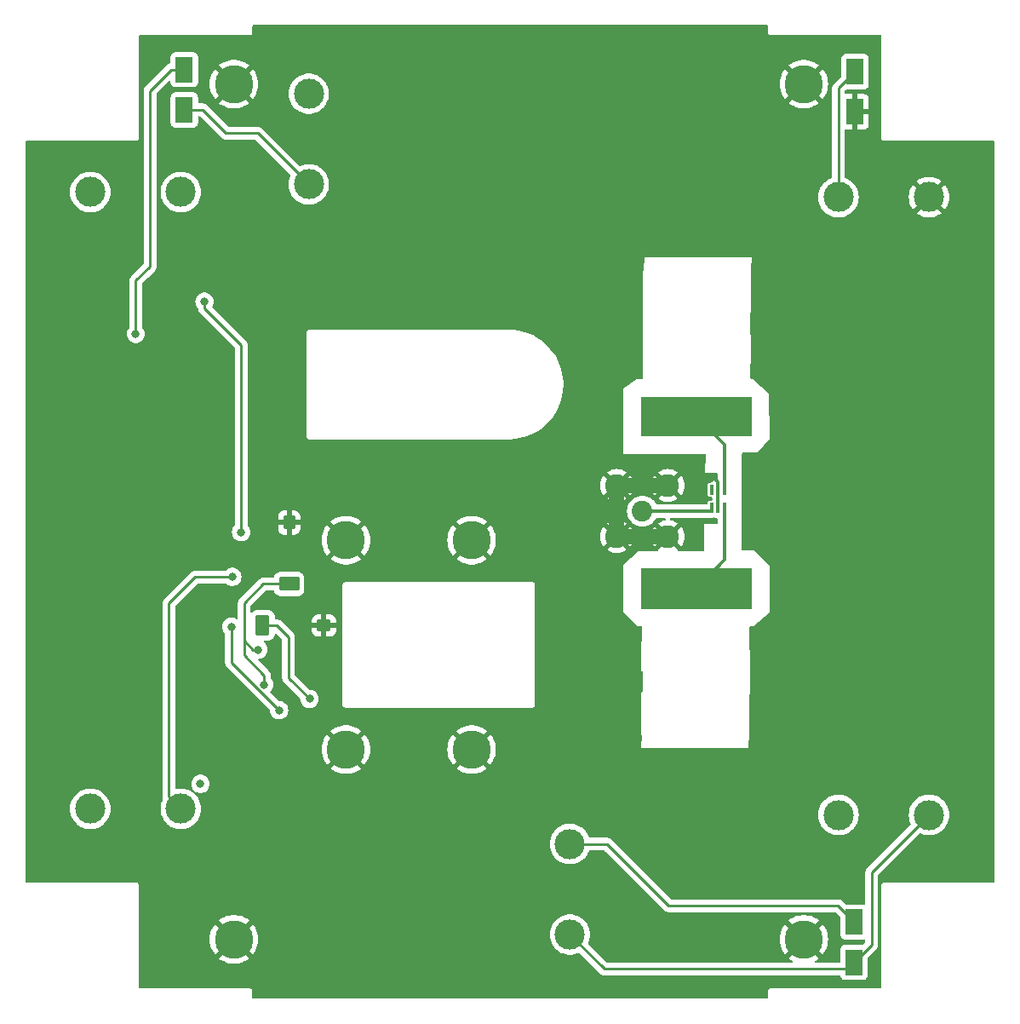
<source format=gtl>
%TF.GenerationSoftware,KiCad,Pcbnew,8.0.8*%
%TF.CreationDate,2025-03-29T22:03:17-04:00*%
%TF.ProjectId,ZPlus_Panel,5a506c75-735f-4506-916e-656c2e6b6963,v1b*%
%TF.SameCoordinates,Original*%
%TF.FileFunction,Copper,L1,Top*%
%TF.FilePolarity,Positive*%
%FSLAX46Y46*%
G04 Gerber Fmt 4.6, Leading zero omitted, Abs format (unit mm)*
G04 Created by KiCad (PCBNEW 8.0.8) date 2025-03-29 22:03:17*
%MOMM*%
%LPD*%
G01*
G04 APERTURE LIST*
G04 Aperture macros list*
%AMRoundRect*
0 Rectangle with rounded corners*
0 $1 Rounding radius*
0 $2 $3 $4 $5 $6 $7 $8 $9 X,Y pos of 4 corners*
0 Add a 4 corners polygon primitive as box body*
4,1,4,$2,$3,$4,$5,$6,$7,$8,$9,$2,$3,0*
0 Add four circle primitives for the rounded corners*
1,1,$1+$1,$2,$3*
1,1,$1+$1,$4,$5*
1,1,$1+$1,$6,$7*
1,1,$1+$1,$8,$9*
0 Add four rect primitives between the rounded corners*
20,1,$1+$1,$2,$3,$4,$5,0*
20,1,$1+$1,$4,$5,$6,$7,0*
20,1,$1+$1,$6,$7,$8,$9,0*
20,1,$1+$1,$8,$9,$2,$3,0*%
%AMFreePoly0*
4,1,5,2.000000,-5.500000,-2.000000,-5.500000,-2.000000,5.500000,2.000000,5.500000,2.000000,-5.500000,2.000000,-5.500000,$1*%
G04 Aperture macros list end*
%TA.AperFunction,ComponentPad*%
%ADD10C,3.000000*%
%TD*%
%TA.AperFunction,ComponentPad*%
%ADD11C,2.600000*%
%TD*%
%TA.AperFunction,ConnectorPad*%
%ADD12C,3.800000*%
%TD*%
%TA.AperFunction,SMDPad,CuDef*%
%ADD13RoundRect,0.175000X-0.825000X0.525000X-0.825000X-0.525000X0.825000X-0.525000X0.825000X0.525000X0*%
%TD*%
%TA.AperFunction,SMDPad,CuDef*%
%ADD14RoundRect,0.150000X-0.450000X0.550000X-0.450000X-0.550000X0.450000X-0.550000X0.450000X0.550000X0*%
%TD*%
%TA.AperFunction,SMDPad,CuDef*%
%ADD15R,1.700000X2.500000*%
%TD*%
%TA.AperFunction,WasherPad*%
%ADD16FreePoly0,90.000000*%
%TD*%
%TA.AperFunction,WasherPad*%
%ADD17R,11.000000X4.000000*%
%TD*%
%TA.AperFunction,SMDPad,CuDef*%
%ADD18R,3.000000X4.000000*%
%TD*%
%TA.AperFunction,SMDPad,CuDef*%
%ADD19RoundRect,0.175000X0.525000X0.825000X-0.525000X0.825000X-0.525000X-0.825000X0.525000X-0.825000X0*%
%TD*%
%TA.AperFunction,SMDPad,CuDef*%
%ADD20RoundRect,0.150000X0.550000X0.450000X-0.550000X0.450000X-0.550000X-0.450000X0.550000X-0.450000X0*%
%TD*%
%TA.AperFunction,SMDPad,CuDef*%
%ADD21R,0.350000X1.000000*%
%TD*%
%TA.AperFunction,ComponentPad*%
%ADD22C,2.050000*%
%TD*%
%TA.AperFunction,ComponentPad*%
%ADD23C,2.250000*%
%TD*%
%TA.AperFunction,ViaPad*%
%ADD24C,0.800000*%
%TD*%
%TA.AperFunction,Conductor*%
%ADD25C,0.342400*%
%TD*%
%TA.AperFunction,Conductor*%
%ADD26C,1.500000*%
%TD*%
%TA.AperFunction,Conductor*%
%ADD27C,0.250000*%
%TD*%
G04 APERTURE END LIST*
D10*
X140900000Y-56700000D03*
X149900000Y-56700000D03*
D11*
X155182000Y-45965600D03*
D12*
X155182000Y-45965600D03*
D10*
X188600000Y-121500000D03*
X188600000Y-130500000D03*
D11*
X166325000Y-112100000D03*
D12*
X166325000Y-112100000D03*
D11*
X178825000Y-112100000D03*
D12*
X178825000Y-112100000D03*
D13*
X160675000Y-95650000D03*
D14*
X160675000Y-89550000D03*
D11*
X178825000Y-91300000D03*
D12*
X178825000Y-91300000D03*
D11*
X211856000Y-45965600D03*
D12*
X211856000Y-45965600D03*
D15*
X150250000Y-44525000D03*
X150250000Y-48525000D03*
D10*
X162625000Y-55925000D03*
X162625000Y-46925000D03*
X215300000Y-57200000D03*
X224300000Y-57200000D03*
D16*
X201170000Y-96080000D03*
D17*
X201170000Y-79000000D03*
D18*
X204770000Y-96090000D03*
X204770000Y-78990000D03*
D10*
X149900000Y-118000000D03*
X140900000Y-118000000D03*
D11*
X211856000Y-130965600D03*
D12*
X211856000Y-130965600D03*
D19*
X158025000Y-99775000D03*
D20*
X164125000Y-99775000D03*
D10*
X224300000Y-118600000D03*
X215300000Y-118600000D03*
D15*
X216950000Y-44725000D03*
X216950000Y-48725000D03*
D11*
X155182000Y-130965600D03*
D12*
X155182000Y-130965600D03*
D21*
X202674000Y-88084000D03*
X203324000Y-88084000D03*
X203974000Y-88084000D03*
X203974000Y-86284000D03*
X203324000Y-86284000D03*
X202674000Y-86284000D03*
D11*
X166325000Y-91300000D03*
D12*
X166325000Y-91300000D03*
D15*
X216850000Y-129250000D03*
X216850000Y-133250000D03*
D22*
X195800000Y-88400000D03*
D23*
X193260000Y-90940000D03*
X198340000Y-90940000D03*
X193260000Y-85860000D03*
X198340000Y-85860000D03*
D24*
X193725000Y-107475000D03*
X206475000Y-87500000D03*
X201200000Y-91800000D03*
X193000000Y-79000000D03*
X201200000Y-87000000D03*
X193200000Y-68800000D03*
X193725000Y-99475000D03*
X230200000Y-86025000D03*
X192100000Y-105025000D03*
X201200000Y-85200000D03*
X207552000Y-109416000D03*
X207552000Y-111416000D03*
X153900000Y-109550000D03*
X195000000Y-100600000D03*
X207552000Y-69856000D03*
X192100000Y-103025000D03*
X195000000Y-104600000D03*
X194800000Y-70400000D03*
X207552000Y-67856000D03*
X192100000Y-107025000D03*
X207552000Y-107416000D03*
X193200000Y-70800000D03*
X201200000Y-90000000D03*
X207552000Y-103416000D03*
X193725000Y-111475000D03*
X191850000Y-67900000D03*
X194800000Y-66400000D03*
X193200000Y-64800000D03*
X192100000Y-111025000D03*
X207900000Y-85500000D03*
X194800000Y-64800000D03*
X195000000Y-110000000D03*
X206475000Y-85500000D03*
X207900000Y-91500000D03*
X192100000Y-101025000D03*
X191675000Y-81475000D03*
X194800000Y-63400000D03*
X193000000Y-81000000D03*
X193000000Y-97600000D03*
X191850000Y-75900000D03*
X191850000Y-69900000D03*
X193000000Y-83400000D03*
X193725000Y-109475000D03*
X192100000Y-99025000D03*
X191925000Y-97100000D03*
X199074000Y-83476000D03*
X207552000Y-73856000D03*
X195000000Y-102600000D03*
X178675000Y-42975000D03*
X206475000Y-83500000D03*
X181875000Y-130150000D03*
X193000000Y-93600000D03*
X207552000Y-105416000D03*
X194800000Y-72400000D03*
X207552000Y-71856000D03*
X188050000Y-50050000D03*
X136475000Y-123675000D03*
X193000000Y-75000000D03*
X206475000Y-89500000D03*
X195000000Y-111800000D03*
X193000000Y-73000000D03*
X191675000Y-83475000D03*
X191775000Y-77800000D03*
X206475000Y-91500000D03*
X193000000Y-95600000D03*
X193200000Y-66800000D03*
X191925000Y-95100000D03*
X191775000Y-79800000D03*
X195000000Y-106600000D03*
X207552000Y-101416000D03*
X193725000Y-105475000D03*
X155500000Y-125100000D03*
X197074000Y-83476000D03*
X193200000Y-63400000D03*
X192100000Y-109025000D03*
X191850000Y-71900000D03*
X206925000Y-135900000D03*
X193575000Y-132875000D03*
X207552000Y-63856000D03*
X191850000Y-73900000D03*
X195000000Y-108600000D03*
X207552000Y-65856000D03*
X157100000Y-113625000D03*
X193725000Y-101475000D03*
X193725000Y-103475000D03*
X207900000Y-87500000D03*
X207900000Y-83500000D03*
X207900000Y-89500000D03*
X187725000Y-126150000D03*
X194800000Y-68400000D03*
X191525000Y-93650000D03*
X195074000Y-83476000D03*
X201074000Y-83476000D03*
X193000000Y-77000000D03*
X194800000Y-74400000D03*
X145425000Y-70800000D03*
X155025000Y-94950000D03*
X155900000Y-90500000D03*
X152250000Y-67600000D03*
X157600000Y-102175000D03*
X158200000Y-105650000D03*
X162700000Y-107075000D03*
X159675000Y-108200000D03*
X154925000Y-99900000D03*
X151850000Y-115525000D03*
D25*
X201170000Y-96080000D02*
X203974000Y-93276000D01*
X203974000Y-93276000D02*
X203974000Y-88084000D01*
X203974000Y-81804000D02*
X201170000Y-79000000D01*
X203974000Y-86284000D02*
X203974000Y-81804000D01*
D26*
X193260000Y-90940000D02*
X198340000Y-90940000D01*
D25*
X216950000Y-48725000D02*
X216950000Y-49850000D01*
D26*
X193260000Y-85860000D02*
X193260000Y-90940000D01*
X198340000Y-85860000D02*
X193260000Y-85860000D01*
D25*
X203324000Y-86284000D02*
X203324000Y-85516600D01*
X203007400Y-85200000D02*
X201200000Y-85200000D01*
X203324000Y-85516600D02*
X203007400Y-85200000D01*
X203324000Y-86284000D02*
X203324000Y-88084000D01*
D27*
X146825000Y-46650000D02*
X148950000Y-44525000D01*
X146825000Y-64100000D02*
X146825000Y-46650000D01*
X145425000Y-70800000D02*
X145425000Y-65500000D01*
X145425000Y-65500000D02*
X146825000Y-64100000D01*
X148950000Y-44525000D02*
X150250000Y-44525000D01*
X151350000Y-94950000D02*
X148700000Y-97600000D01*
X155025000Y-94950000D02*
X151350000Y-94950000D01*
X148700000Y-116800000D02*
X149900000Y-118000000D01*
X148700000Y-97600000D02*
X148700000Y-116800000D01*
X155900000Y-71875000D02*
X155900000Y-90500000D01*
X152250000Y-67600000D02*
X152250000Y-68225000D01*
X152250000Y-68225000D02*
X155900000Y-71875000D01*
X215225000Y-127625000D02*
X198425000Y-127625000D01*
X216850000Y-129250000D02*
X215225000Y-127625000D01*
X192300000Y-121500000D02*
X188600000Y-121500000D01*
X198425000Y-127625000D02*
X192300000Y-121500000D01*
X218600000Y-124300000D02*
X224300000Y-118600000D01*
X216192000Y-133908000D02*
X192008000Y-133908000D01*
X216850000Y-133250000D02*
X216192000Y-133908000D01*
X192008000Y-133908000D02*
X188600000Y-130500000D01*
X218600000Y-131500000D02*
X218600000Y-124300000D01*
X216850000Y-133250000D02*
X218600000Y-131500000D01*
X216950000Y-44725000D02*
X215300000Y-46375000D01*
X215300000Y-46375000D02*
X215300000Y-57200000D01*
X157600000Y-102175000D02*
X157100000Y-102175000D01*
X158125000Y-95650000D02*
X156200000Y-97575000D01*
X157100000Y-102175000D02*
X156200000Y-101275000D01*
X158200000Y-104725000D02*
X156200000Y-102725000D01*
X156200000Y-97575000D02*
X156200000Y-101275000D01*
X158200000Y-105650000D02*
X158200000Y-104725000D01*
X160675000Y-95650000D02*
X158125000Y-95650000D01*
X156200000Y-102725000D02*
X156200000Y-101275000D01*
X162700000Y-107075000D02*
X160600000Y-104975000D01*
X159425000Y-99775000D02*
X158025000Y-99775000D01*
X160600000Y-104975000D02*
X160600000Y-100950000D01*
X160600000Y-100950000D02*
X159425000Y-99775000D01*
X154925000Y-99900000D02*
X154925000Y-103450000D01*
X154925000Y-103450000D02*
X159675000Y-108200000D01*
X150250000Y-48525000D02*
X152075000Y-48525000D01*
X154400000Y-50850000D02*
X157550000Y-50850000D01*
X157550000Y-50850000D02*
X162625000Y-55925000D01*
X152075000Y-48525000D02*
X154400000Y-50850000D01*
D25*
X202552000Y-88440000D02*
X195840000Y-88440000D01*
D27*
X195840000Y-88440000D02*
X195800000Y-88400000D01*
%TA.AperFunction,Conductor*%
G36*
X202935185Y-89046436D02*
G01*
X203039912Y-89085496D01*
X203039910Y-89085496D01*
X203100392Y-89091998D01*
X203100420Y-89092000D01*
X203192800Y-89092000D01*
X203252460Y-89111385D01*
X203289332Y-89162135D01*
X203294300Y-89193500D01*
X203294300Y-89572100D01*
X203274915Y-89631760D01*
X203224165Y-89668632D01*
X203192800Y-89673600D01*
X201982800Y-89673600D01*
X201982800Y-92264500D01*
X201963415Y-92324160D01*
X201912665Y-92361032D01*
X201881300Y-92366000D01*
X199406085Y-92366000D01*
X199346425Y-92346615D01*
X199309553Y-92295865D01*
X199305201Y-92264410D01*
X198736562Y-91695771D01*
X198742626Y-91693260D01*
X198881844Y-91600238D01*
X199000238Y-91481844D01*
X199093260Y-91342626D01*
X199095771Y-91336562D01*
X199663745Y-91904536D01*
X199663746Y-91904535D01*
X199665211Y-91902820D01*
X199799510Y-91683663D01*
X199799515Y-91683654D01*
X199897878Y-91446185D01*
X199957882Y-91196247D01*
X199978050Y-90940001D01*
X199978050Y-90939998D01*
X199957882Y-90683752D01*
X199897878Y-90433814D01*
X199799515Y-90196345D01*
X199799513Y-90196341D01*
X199665211Y-89977180D01*
X199663745Y-89975462D01*
X199095771Y-90543436D01*
X199093260Y-90537374D01*
X199000238Y-90398156D01*
X198881844Y-90279762D01*
X198742626Y-90186740D01*
X198736561Y-90184228D01*
X199304535Y-89616253D01*
X199302822Y-89614790D01*
X199083657Y-89480486D01*
X199083654Y-89480484D01*
X198846185Y-89382121D01*
X198596247Y-89322117D01*
X198592317Y-89321495D01*
X198592637Y-89319473D01*
X198541717Y-89298378D01*
X198508943Y-89244890D01*
X198513868Y-89182353D01*
X198554611Y-89134654D01*
X198607640Y-89119700D01*
X202618945Y-89119700D01*
X202750261Y-89093580D01*
X202860874Y-89047762D01*
X202923410Y-89042842D01*
X202935185Y-89046436D01*
G37*
%TD.AperFunction*%
%TA.AperFunction,Conductor*%
G36*
X203332615Y-86519032D02*
G01*
X203344274Y-86539850D01*
X203371655Y-86605956D01*
X203371656Y-86605957D01*
X203371657Y-86605959D01*
X203446042Y-86717284D01*
X203446045Y-86717287D01*
X203469271Y-86740513D01*
X203497750Y-86796406D01*
X203499000Y-86812284D01*
X203499000Y-87555716D01*
X203479615Y-87615376D01*
X203469271Y-87627487D01*
X203446045Y-87650712D01*
X203446038Y-87650721D01*
X203371656Y-87762042D01*
X203371655Y-87762043D01*
X203344274Y-87828149D01*
X203303534Y-87875850D01*
X203242537Y-87890494D01*
X203184581Y-87866488D01*
X203151804Y-87813002D01*
X203149000Y-87789307D01*
X203149000Y-86578692D01*
X203168385Y-86519032D01*
X203219135Y-86482160D01*
X203281865Y-86482160D01*
X203332615Y-86519032D01*
G37*
%TD.AperFunction*%
%TA.AperFunction,Conductor*%
G36*
X208241660Y-40126685D02*
G01*
X208278532Y-40177435D01*
X208283500Y-40208800D01*
X208283500Y-40846363D01*
X208303976Y-40922781D01*
X208303981Y-40922795D01*
X208336637Y-40979354D01*
X208343540Y-40991311D01*
X208343542Y-40991313D01*
X208343545Y-40991317D01*
X208399482Y-41047254D01*
X208399485Y-41047256D01*
X208399489Y-41047260D01*
X208427771Y-41063589D01*
X208468004Y-41086818D01*
X208468008Y-41086819D01*
X208468011Y-41086821D01*
X208468016Y-41086822D01*
X208468018Y-41086823D01*
X208544436Y-41107300D01*
X208544438Y-41107300D01*
X208623562Y-41107300D01*
X219456000Y-41107300D01*
X219515660Y-41126685D01*
X219552532Y-41177435D01*
X219557500Y-41208800D01*
X219557500Y-51361963D01*
X219577976Y-51438381D01*
X219577981Y-51438395D01*
X219610637Y-51494954D01*
X219617540Y-51506911D01*
X219617542Y-51506913D01*
X219617545Y-51506917D01*
X219673482Y-51562854D01*
X219673485Y-51562856D01*
X219673489Y-51562860D01*
X219701771Y-51579189D01*
X219742004Y-51602418D01*
X219742008Y-51602419D01*
X219742011Y-51602421D01*
X219742016Y-51602422D01*
X219742018Y-51602423D01*
X219818436Y-51622900D01*
X219818438Y-51622900D01*
X230729989Y-51622900D01*
X230789649Y-51642285D01*
X230826521Y-51693035D01*
X230831489Y-51724403D01*
X230830539Y-87025174D01*
X230829528Y-124604445D01*
X230829511Y-125218003D01*
X230810125Y-125277662D01*
X230759374Y-125314533D01*
X230728011Y-125319500D01*
X219816436Y-125319500D01*
X219740018Y-125339976D01*
X219740004Y-125339981D01*
X219671492Y-125379538D01*
X219671482Y-125379545D01*
X219615545Y-125435482D01*
X219615538Y-125435492D01*
X219575981Y-125504004D01*
X219575976Y-125504018D01*
X219555500Y-125580436D01*
X219555500Y-135733600D01*
X219536115Y-135793260D01*
X219485365Y-135830132D01*
X219454000Y-135835100D01*
X208542436Y-135835100D01*
X208466018Y-135855576D01*
X208466004Y-135855581D01*
X208397492Y-135895138D01*
X208397482Y-135895145D01*
X208341545Y-135951082D01*
X208341538Y-135951092D01*
X208301981Y-136019604D01*
X208301976Y-136019618D01*
X208281500Y-136096036D01*
X208281500Y-136733600D01*
X208262115Y-136793260D01*
X208211365Y-136830132D01*
X208180000Y-136835100D01*
X157112000Y-136835100D01*
X157052340Y-136815715D01*
X157015468Y-136764965D01*
X157010500Y-136733600D01*
X157010500Y-136096036D01*
X156990023Y-136019618D01*
X156990018Y-136019604D01*
X156966789Y-135979371D01*
X156950460Y-135951089D01*
X156950456Y-135951085D01*
X156950454Y-135951082D01*
X156894517Y-135895145D01*
X156894513Y-135895142D01*
X156894511Y-135895140D01*
X156882554Y-135888237D01*
X156825995Y-135855581D01*
X156825981Y-135855576D01*
X156749564Y-135835100D01*
X156749562Y-135835100D01*
X145838000Y-135835100D01*
X145778340Y-135815715D01*
X145741468Y-135764965D01*
X145736500Y-135733600D01*
X145736500Y-130965600D01*
X152769239Y-130965600D01*
X152788264Y-131268002D01*
X152788265Y-131268010D01*
X152845040Y-131565630D01*
X152845042Y-131565637D01*
X152938669Y-131853790D01*
X152938669Y-131853791D01*
X153067677Y-132127948D01*
X153067681Y-132127956D01*
X153230030Y-132383779D01*
X153309069Y-132479320D01*
X154243328Y-131545060D01*
X154342967Y-131682202D01*
X154465398Y-131804633D01*
X154602538Y-131904270D01*
X153666113Y-132840695D01*
X153889169Y-133002755D01*
X153889175Y-133002759D01*
X154154692Y-133148729D01*
X154436406Y-133260268D01*
X154436421Y-133260273D01*
X154729895Y-133335624D01*
X155030507Y-133373600D01*
X155333493Y-133373600D01*
X155634104Y-133335624D01*
X155927578Y-133260273D01*
X155927593Y-133260268D01*
X156209307Y-133148729D01*
X156474823Y-133002759D01*
X156697884Y-132840694D01*
X155761461Y-131904270D01*
X155898602Y-131804633D01*
X156021033Y-131682202D01*
X156120670Y-131545061D01*
X157054929Y-132479320D01*
X157054930Y-132479320D01*
X157133962Y-132383788D01*
X157133968Y-132383779D01*
X157296318Y-132127956D01*
X157296322Y-132127948D01*
X157425330Y-131853791D01*
X157425330Y-131853790D01*
X157518957Y-131565637D01*
X157518959Y-131565630D01*
X157575734Y-131268010D01*
X157575735Y-131268002D01*
X157594760Y-130965600D01*
X157575735Y-130663197D01*
X157575734Y-130663189D01*
X157518959Y-130365569D01*
X157518957Y-130365562D01*
X157425330Y-130077409D01*
X157425330Y-130077408D01*
X157296322Y-129803251D01*
X157296318Y-129803243D01*
X157133969Y-129547420D01*
X157054929Y-129451878D01*
X156120669Y-130386137D01*
X156021033Y-130248998D01*
X155898602Y-130126567D01*
X155761461Y-130026929D01*
X156697885Y-129090504D01*
X156697885Y-129090503D01*
X156474830Y-128928444D01*
X156474824Y-128928440D01*
X156209307Y-128782470D01*
X155927593Y-128670931D01*
X155927578Y-128670926D01*
X155634104Y-128595575D01*
X155333493Y-128557600D01*
X155030507Y-128557600D01*
X154729895Y-128595575D01*
X154436421Y-128670926D01*
X154436406Y-128670931D01*
X154154692Y-128782470D01*
X153889175Y-128928440D01*
X153889169Y-128928444D01*
X153666113Y-129090503D01*
X154602538Y-130026929D01*
X154465398Y-130126567D01*
X154342967Y-130248998D01*
X154243329Y-130386138D01*
X153309070Y-129451879D01*
X153309069Y-129451879D01*
X153230030Y-129547420D01*
X153067681Y-129803243D01*
X153067677Y-129803251D01*
X152938669Y-130077408D01*
X152938669Y-130077409D01*
X152845042Y-130365562D01*
X152845040Y-130365569D01*
X152788265Y-130663189D01*
X152788264Y-130663197D01*
X152769239Y-130965600D01*
X145736500Y-130965600D01*
X145736500Y-125580436D01*
X145716023Y-125504018D01*
X145716018Y-125504004D01*
X145692789Y-125463771D01*
X145676460Y-125435489D01*
X145676456Y-125435485D01*
X145676454Y-125435482D01*
X145620517Y-125379545D01*
X145620513Y-125379542D01*
X145620511Y-125379540D01*
X145608554Y-125372637D01*
X145551995Y-125339981D01*
X145551981Y-125339976D01*
X145475564Y-125319500D01*
X145475562Y-125319500D01*
X134564011Y-125319500D01*
X134504351Y-125300115D01*
X134467479Y-125249365D01*
X134462511Y-125217997D01*
X134462611Y-121499995D01*
X186586807Y-121499995D01*
X186586807Y-121500004D01*
X186605556Y-121774121D01*
X186605557Y-121774123D01*
X186661461Y-122043153D01*
X186753478Y-122302061D01*
X186753480Y-122302065D01*
X186866766Y-122520698D01*
X186879889Y-122546023D01*
X187038343Y-122770502D01*
X187225889Y-122971314D01*
X187225894Y-122971318D01*
X187225897Y-122971321D01*
X187397585Y-123110999D01*
X187439031Y-123144718D01*
X187673800Y-123287484D01*
X187673804Y-123287486D01*
X187673808Y-123287488D01*
X187753701Y-123322190D01*
X187925823Y-123396953D01*
X187925830Y-123396955D01*
X187925835Y-123396957D01*
X188190392Y-123471082D01*
X188190394Y-123471082D01*
X188190404Y-123471085D01*
X188462615Y-123508500D01*
X188462619Y-123508500D01*
X188737381Y-123508500D01*
X188737385Y-123508500D01*
X189009596Y-123471085D01*
X189009607Y-123471082D01*
X189274164Y-123396957D01*
X189274166Y-123396955D01*
X189274177Y-123396953D01*
X189526200Y-123287484D01*
X189760969Y-123144718D01*
X189974111Y-122971314D01*
X190161657Y-122770502D01*
X190320111Y-122546023D01*
X190446523Y-122302058D01*
X190482436Y-122201010D01*
X190520680Y-122151286D01*
X190578075Y-122133500D01*
X191995554Y-122133500D01*
X192055214Y-122152885D01*
X192067325Y-122163229D01*
X198021167Y-128117071D01*
X198124925Y-128186400D01*
X198124930Y-128186402D01*
X198240207Y-128234152D01*
X198240210Y-128234153D01*
X198240215Y-128234155D01*
X198362606Y-128258500D01*
X198487394Y-128258500D01*
X214920554Y-128258500D01*
X214980214Y-128277885D01*
X214992325Y-128288229D01*
X215461771Y-128757675D01*
X215490250Y-128813568D01*
X215491500Y-128829446D01*
X215491500Y-130548638D01*
X215498011Y-130609201D01*
X215549111Y-130746204D01*
X215636739Y-130863261D01*
X215753796Y-130950889D01*
X215890799Y-131001989D01*
X215951362Y-131008500D01*
X215951372Y-131008500D01*
X217748628Y-131008500D01*
X217748638Y-131008500D01*
X217809201Y-131001989D01*
X217829529Y-130994407D01*
X217892202Y-130991720D01*
X217944484Y-131026384D01*
X217966407Y-131085159D01*
X217966500Y-131089507D01*
X217966500Y-131195553D01*
X217947115Y-131255213D01*
X217936771Y-131267324D01*
X217742324Y-131461771D01*
X217686431Y-131490250D01*
X217670553Y-131491500D01*
X215951361Y-131491500D01*
X215890799Y-131498011D01*
X215890795Y-131498012D01*
X215753798Y-131549110D01*
X215753797Y-131549110D01*
X215753796Y-131549111D01*
X215731720Y-131565637D01*
X215636739Y-131636739D01*
X215549110Y-131753798D01*
X215498012Y-131890795D01*
X215498011Y-131890799D01*
X215491500Y-131951361D01*
X215491500Y-133173000D01*
X215472115Y-133232660D01*
X215421365Y-133269532D01*
X215390000Y-133274500D01*
X213049847Y-133274500D01*
X212990187Y-133255115D01*
X212953315Y-133204365D01*
X212953315Y-133141635D01*
X212990187Y-133090885D01*
X213000949Y-133084055D01*
X213148823Y-133002759D01*
X213371884Y-132840694D01*
X212435461Y-131904270D01*
X212572602Y-131804633D01*
X212695033Y-131682202D01*
X212794670Y-131545061D01*
X213728929Y-132479320D01*
X213728930Y-132479320D01*
X213807962Y-132383788D01*
X213807968Y-132383779D01*
X213970318Y-132127956D01*
X213970322Y-132127948D01*
X214099330Y-131853791D01*
X214099330Y-131853790D01*
X214192957Y-131565637D01*
X214192959Y-131565630D01*
X214249734Y-131268010D01*
X214249735Y-131268002D01*
X214268760Y-130965600D01*
X214249735Y-130663197D01*
X214249734Y-130663189D01*
X214192959Y-130365569D01*
X214192957Y-130365562D01*
X214099330Y-130077409D01*
X214099330Y-130077408D01*
X213970322Y-129803251D01*
X213970318Y-129803243D01*
X213807969Y-129547420D01*
X213728929Y-129451878D01*
X212794669Y-130386137D01*
X212695033Y-130248998D01*
X212572602Y-130126567D01*
X212435461Y-130026929D01*
X213371885Y-129090504D01*
X213371885Y-129090503D01*
X213148830Y-128928444D01*
X213148824Y-128928440D01*
X212883307Y-128782470D01*
X212601593Y-128670931D01*
X212601578Y-128670926D01*
X212308104Y-128595575D01*
X212007493Y-128557600D01*
X211704507Y-128557600D01*
X211403895Y-128595575D01*
X211110421Y-128670926D01*
X211110406Y-128670931D01*
X210828692Y-128782470D01*
X210563175Y-128928440D01*
X210563169Y-128928444D01*
X210340113Y-129090503D01*
X211276538Y-130026929D01*
X211139398Y-130126567D01*
X211016967Y-130248998D01*
X210917329Y-130386138D01*
X209983070Y-129451879D01*
X209983069Y-129451879D01*
X209904030Y-129547420D01*
X209741681Y-129803243D01*
X209741677Y-129803251D01*
X209612669Y-130077408D01*
X209612669Y-130077409D01*
X209519042Y-130365562D01*
X209519040Y-130365569D01*
X209462265Y-130663189D01*
X209462264Y-130663197D01*
X209443239Y-130965600D01*
X209462264Y-131268002D01*
X209462265Y-131268010D01*
X209519040Y-131565630D01*
X209519042Y-131565637D01*
X209612669Y-131853790D01*
X209612669Y-131853791D01*
X209741677Y-132127948D01*
X209741681Y-132127956D01*
X209904030Y-132383779D01*
X209983069Y-132479320D01*
X210917328Y-131545060D01*
X211016967Y-131682202D01*
X211139398Y-131804633D01*
X211276538Y-131904270D01*
X210340113Y-132840695D01*
X210563169Y-133002755D01*
X210563175Y-133002759D01*
X210711051Y-133084055D01*
X210753993Y-133129784D01*
X210761855Y-133192019D01*
X210731634Y-133246991D01*
X210674874Y-133273700D01*
X210662153Y-133274500D01*
X192312446Y-133274500D01*
X192252786Y-133255115D01*
X192240675Y-133244771D01*
X190448338Y-131452434D01*
X190419859Y-131396541D01*
X190429672Y-131334583D01*
X190429919Y-131334101D01*
X190446523Y-131302058D01*
X190538538Y-131043153D01*
X190594442Y-130774130D01*
X190596353Y-130746204D01*
X190613193Y-130500004D01*
X190613193Y-130499995D01*
X190594443Y-130225878D01*
X190594442Y-130225876D01*
X190594442Y-130225870D01*
X190538538Y-129956847D01*
X190534750Y-129946190D01*
X190483947Y-129803243D01*
X190446523Y-129697942D01*
X190320111Y-129453977D01*
X190161657Y-129229498D01*
X189974111Y-129028686D01*
X189974105Y-129028681D01*
X189974102Y-129028678D01*
X189760974Y-128855286D01*
X189760973Y-128855285D01*
X189760969Y-128855282D01*
X189526200Y-128712516D01*
X189526197Y-128712514D01*
X189526191Y-128712511D01*
X189360237Y-128640428D01*
X189274177Y-128603047D01*
X189274173Y-128603045D01*
X189274164Y-128603042D01*
X189009607Y-128528917D01*
X189009599Y-128528915D01*
X189009596Y-128528915D01*
X188797202Y-128499721D01*
X188737386Y-128491500D01*
X188737385Y-128491500D01*
X188462615Y-128491500D01*
X188462613Y-128491500D01*
X188364531Y-128504981D01*
X188190404Y-128528915D01*
X188190400Y-128528915D01*
X188190393Y-128528917D01*
X188190392Y-128528917D01*
X187925835Y-128603042D01*
X187925821Y-128603048D01*
X187673808Y-128712511D01*
X187673800Y-128712516D01*
X187439031Y-128855282D01*
X187439029Y-128855283D01*
X187439025Y-128855286D01*
X187225897Y-129028678D01*
X187225888Y-129028687D01*
X187038343Y-129229497D01*
X187038341Y-129229501D01*
X186879887Y-129453980D01*
X186753480Y-129697934D01*
X186753478Y-129697938D01*
X186661461Y-129956846D01*
X186605557Y-130225876D01*
X186605556Y-130225878D01*
X186586807Y-130499995D01*
X186586807Y-130500004D01*
X186605556Y-130774121D01*
X186605557Y-130774123D01*
X186661461Y-131043153D01*
X186753478Y-131302061D01*
X186753480Y-131302065D01*
X186855011Y-131498011D01*
X186879889Y-131546023D01*
X187038343Y-131770502D01*
X187225889Y-131971314D01*
X187225894Y-131971318D01*
X187225897Y-131971321D01*
X187308489Y-132038514D01*
X187439031Y-132144718D01*
X187673800Y-132287484D01*
X187673804Y-132287486D01*
X187673808Y-132287488D01*
X187747506Y-132319499D01*
X187925823Y-132396953D01*
X187925830Y-132396955D01*
X187925835Y-132396957D01*
X188190392Y-132471082D01*
X188190394Y-132471082D01*
X188190404Y-132471085D01*
X188462615Y-132508500D01*
X188462619Y-132508500D01*
X188737381Y-132508500D01*
X188737385Y-132508500D01*
X189009596Y-132471085D01*
X189274177Y-132396953D01*
X189438705Y-132325487D01*
X189501144Y-132319499D01*
X189550910Y-132346814D01*
X191604167Y-134400071D01*
X191707925Y-134469400D01*
X191707930Y-134469402D01*
X191823207Y-134517152D01*
X191823210Y-134517153D01*
X191823215Y-134517155D01*
X191945606Y-134541500D01*
X192070394Y-134541500D01*
X215402287Y-134541500D01*
X215461947Y-134560885D01*
X215497387Y-134607529D01*
X215498011Y-134609201D01*
X215549111Y-134746204D01*
X215636739Y-134863261D01*
X215753796Y-134950889D01*
X215890799Y-135001989D01*
X215951362Y-135008500D01*
X215951372Y-135008500D01*
X217748628Y-135008500D01*
X217748638Y-135008500D01*
X217809201Y-135001989D01*
X217946204Y-134950889D01*
X218063261Y-134863261D01*
X218150889Y-134746204D01*
X218201989Y-134609201D01*
X218208500Y-134548638D01*
X218208500Y-132829446D01*
X218227885Y-132769786D01*
X218238229Y-132757675D01*
X218649090Y-132346814D01*
X219092072Y-131903833D01*
X219161401Y-131800075D01*
X219209155Y-131684784D01*
X219233500Y-131562394D01*
X219233500Y-131437606D01*
X219233500Y-124604445D01*
X219252885Y-124544785D01*
X219263223Y-124532680D01*
X223349090Y-120446812D01*
X223404981Y-120418335D01*
X223461294Y-120425487D01*
X223625823Y-120496953D01*
X223625828Y-120496955D01*
X223890392Y-120571082D01*
X223890394Y-120571082D01*
X223890404Y-120571085D01*
X224162615Y-120608500D01*
X224162619Y-120608500D01*
X224437381Y-120608500D01*
X224437385Y-120608500D01*
X224709596Y-120571085D01*
X224709607Y-120571082D01*
X224974164Y-120496957D01*
X224974166Y-120496955D01*
X224974177Y-120496953D01*
X225226200Y-120387484D01*
X225460969Y-120244718D01*
X225674111Y-120071314D01*
X225861657Y-119870502D01*
X226020111Y-119646023D01*
X226146523Y-119402058D01*
X226238538Y-119143153D01*
X226294442Y-118874130D01*
X226299372Y-118802065D01*
X226313193Y-118600004D01*
X226313193Y-118599995D01*
X226294443Y-118325878D01*
X226294442Y-118325876D01*
X226294442Y-118325870D01*
X226238538Y-118056847D01*
X226146523Y-117797942D01*
X226020111Y-117553977D01*
X225861657Y-117329498D01*
X225674111Y-117128686D01*
X225674105Y-117128681D01*
X225674102Y-117128678D01*
X225460974Y-116955286D01*
X225460973Y-116955285D01*
X225460969Y-116955282D01*
X225226200Y-116812516D01*
X225226197Y-116812514D01*
X225226191Y-116812511D01*
X225035071Y-116729497D01*
X224974177Y-116703047D01*
X224974173Y-116703045D01*
X224974164Y-116703042D01*
X224709607Y-116628917D01*
X224709599Y-116628915D01*
X224709596Y-116628915D01*
X224497202Y-116599721D01*
X224437386Y-116591500D01*
X224437385Y-116591500D01*
X224162615Y-116591500D01*
X224162613Y-116591500D01*
X224064531Y-116604981D01*
X223890404Y-116628915D01*
X223890400Y-116628915D01*
X223890393Y-116628917D01*
X223890392Y-116628917D01*
X223625835Y-116703042D01*
X223625821Y-116703048D01*
X223373808Y-116812511D01*
X223373800Y-116812516D01*
X223139031Y-116955282D01*
X223139029Y-116955283D01*
X223139025Y-116955286D01*
X222925897Y-117128678D01*
X222925888Y-117128687D01*
X222738343Y-117329497D01*
X222738341Y-117329501D01*
X222579887Y-117553980D01*
X222453480Y-117797934D01*
X222453478Y-117797938D01*
X222361461Y-118056846D01*
X222305557Y-118325876D01*
X222305556Y-118325878D01*
X222286807Y-118599995D01*
X222286807Y-118600004D01*
X222305556Y-118874121D01*
X222305557Y-118874123D01*
X222361461Y-119143153D01*
X222453478Y-119402061D01*
X222453480Y-119402066D01*
X222470010Y-119433968D01*
X222480245Y-119495858D01*
X222452148Y-119551944D01*
X222451660Y-119552434D01*
X218196167Y-123807929D01*
X218107932Y-123896163D01*
X218107925Y-123896172D01*
X218038602Y-123999921D01*
X218038597Y-123999930D01*
X217990847Y-124115207D01*
X217990845Y-124115213D01*
X217966500Y-124237605D01*
X217966500Y-127410492D01*
X217947115Y-127470152D01*
X217896365Y-127507024D01*
X217833635Y-127507024D01*
X217829532Y-127505593D01*
X217809206Y-127498012D01*
X217809201Y-127498011D01*
X217748638Y-127491500D01*
X216029446Y-127491500D01*
X215969786Y-127472115D01*
X215957675Y-127461771D01*
X215628836Y-127132932D01*
X215628833Y-127132929D01*
X215525075Y-127063600D01*
X215525072Y-127063599D01*
X215525069Y-127063597D01*
X215409792Y-127015847D01*
X215409786Y-127015845D01*
X215287394Y-126991500D01*
X198729446Y-126991500D01*
X198669786Y-126972115D01*
X198657675Y-126961771D01*
X192703836Y-121007932D01*
X192703833Y-121007929D01*
X192600075Y-120938600D01*
X192600072Y-120938599D01*
X192600069Y-120938597D01*
X192484792Y-120890847D01*
X192484786Y-120890845D01*
X192362394Y-120866500D01*
X190578075Y-120866500D01*
X190518415Y-120847115D01*
X190482436Y-120798990D01*
X190446525Y-120697947D01*
X190446520Y-120697935D01*
X190342378Y-120496951D01*
X190320111Y-120453977D01*
X190161657Y-120229498D01*
X189974111Y-120028686D01*
X189974105Y-120028681D01*
X189974102Y-120028678D01*
X189760974Y-119855286D01*
X189760973Y-119855285D01*
X189760969Y-119855282D01*
X189526200Y-119712516D01*
X189526197Y-119712514D01*
X189526191Y-119712511D01*
X189360237Y-119640428D01*
X189274177Y-119603047D01*
X189274173Y-119603045D01*
X189274164Y-119603042D01*
X189009607Y-119528917D01*
X189009599Y-119528915D01*
X189009596Y-119528915D01*
X188797202Y-119499721D01*
X188737386Y-119491500D01*
X188737385Y-119491500D01*
X188462615Y-119491500D01*
X188462613Y-119491500D01*
X188401399Y-119499914D01*
X188190404Y-119528915D01*
X188190400Y-119528915D01*
X188190393Y-119528917D01*
X188190392Y-119528917D01*
X187925835Y-119603042D01*
X187925821Y-119603048D01*
X187673808Y-119712511D01*
X187673800Y-119712516D01*
X187439031Y-119855282D01*
X187439029Y-119855283D01*
X187439025Y-119855286D01*
X187225897Y-120028678D01*
X187225888Y-120028687D01*
X187038343Y-120229497D01*
X187038341Y-120229501D01*
X186879887Y-120453980D01*
X186753480Y-120697934D01*
X186753478Y-120697938D01*
X186661461Y-120956846D01*
X186605557Y-121225876D01*
X186605556Y-121225878D01*
X186586807Y-121499995D01*
X134462611Y-121499995D01*
X134462705Y-117999995D01*
X138886807Y-117999995D01*
X138886807Y-118000004D01*
X138905556Y-118274121D01*
X138905557Y-118274123D01*
X138905557Y-118274126D01*
X138905558Y-118274130D01*
X138923029Y-118358205D01*
X138961461Y-118543153D01*
X139053478Y-118802061D01*
X139053480Y-118802065D01*
X139166766Y-119020698D01*
X139179889Y-119046023D01*
X139338343Y-119270502D01*
X139525889Y-119471314D01*
X139525894Y-119471318D01*
X139525897Y-119471321D01*
X139625599Y-119552434D01*
X139739031Y-119644718D01*
X139973800Y-119787484D01*
X139973804Y-119787486D01*
X139973808Y-119787488D01*
X140053701Y-119822190D01*
X140225823Y-119896953D01*
X140225830Y-119896955D01*
X140225835Y-119896957D01*
X140490392Y-119971082D01*
X140490394Y-119971082D01*
X140490404Y-119971085D01*
X140762615Y-120008500D01*
X140762619Y-120008500D01*
X141037381Y-120008500D01*
X141037385Y-120008500D01*
X141309596Y-119971085D01*
X141309607Y-119971082D01*
X141574164Y-119896957D01*
X141574166Y-119896955D01*
X141574177Y-119896953D01*
X141826200Y-119787484D01*
X142060969Y-119644718D01*
X142274111Y-119471314D01*
X142461657Y-119270502D01*
X142620111Y-119046023D01*
X142746523Y-118802058D01*
X142838538Y-118543153D01*
X142894442Y-118274130D01*
X142913193Y-118000000D01*
X142913193Y-117999995D01*
X147886807Y-117999995D01*
X147886807Y-118000004D01*
X147905556Y-118274121D01*
X147905557Y-118274123D01*
X147905557Y-118274126D01*
X147905558Y-118274130D01*
X147923029Y-118358205D01*
X147961461Y-118543153D01*
X148053478Y-118802061D01*
X148053480Y-118802065D01*
X148166766Y-119020698D01*
X148179889Y-119046023D01*
X148338343Y-119270502D01*
X148525889Y-119471314D01*
X148525894Y-119471318D01*
X148525897Y-119471321D01*
X148625599Y-119552434D01*
X148739031Y-119644718D01*
X148973800Y-119787484D01*
X148973804Y-119787486D01*
X148973808Y-119787488D01*
X149053701Y-119822190D01*
X149225823Y-119896953D01*
X149225830Y-119896955D01*
X149225835Y-119896957D01*
X149490392Y-119971082D01*
X149490394Y-119971082D01*
X149490404Y-119971085D01*
X149762615Y-120008500D01*
X149762619Y-120008500D01*
X150037381Y-120008500D01*
X150037385Y-120008500D01*
X150309596Y-119971085D01*
X150309607Y-119971082D01*
X150574164Y-119896957D01*
X150574166Y-119896955D01*
X150574177Y-119896953D01*
X150826200Y-119787484D01*
X151060969Y-119644718D01*
X151274111Y-119471314D01*
X151461657Y-119270502D01*
X151620111Y-119046023D01*
X151746523Y-118802058D01*
X151818336Y-118599995D01*
X213286807Y-118599995D01*
X213286807Y-118600004D01*
X213305556Y-118874121D01*
X213305557Y-118874123D01*
X213361461Y-119143153D01*
X213453478Y-119402061D01*
X213453480Y-119402065D01*
X213519210Y-119528917D01*
X213579889Y-119646023D01*
X213738343Y-119870502D01*
X213925889Y-120071314D01*
X213925894Y-120071318D01*
X213925897Y-120071321D01*
X214097585Y-120210999D01*
X214139031Y-120244718D01*
X214373800Y-120387484D01*
X214373804Y-120387486D01*
X214373808Y-120387488D01*
X214444826Y-120418335D01*
X214625823Y-120496953D01*
X214625830Y-120496955D01*
X214625835Y-120496957D01*
X214890392Y-120571082D01*
X214890394Y-120571082D01*
X214890404Y-120571085D01*
X215162615Y-120608500D01*
X215162619Y-120608500D01*
X215437381Y-120608500D01*
X215437385Y-120608500D01*
X215709596Y-120571085D01*
X215709607Y-120571082D01*
X215974164Y-120496957D01*
X215974166Y-120496955D01*
X215974177Y-120496953D01*
X216226200Y-120387484D01*
X216460969Y-120244718D01*
X216674111Y-120071314D01*
X216861657Y-119870502D01*
X217020111Y-119646023D01*
X217146523Y-119402058D01*
X217238538Y-119143153D01*
X217294442Y-118874130D01*
X217299372Y-118802065D01*
X217313193Y-118600004D01*
X217313193Y-118599995D01*
X217294443Y-118325878D01*
X217294442Y-118325876D01*
X217294442Y-118325870D01*
X217238538Y-118056847D01*
X217146523Y-117797942D01*
X217020111Y-117553977D01*
X216861657Y-117329498D01*
X216674111Y-117128686D01*
X216674105Y-117128681D01*
X216674102Y-117128678D01*
X216460974Y-116955286D01*
X216460973Y-116955285D01*
X216460969Y-116955282D01*
X216226200Y-116812516D01*
X216226197Y-116812514D01*
X216226191Y-116812511D01*
X216035071Y-116729497D01*
X215974177Y-116703047D01*
X215974173Y-116703045D01*
X215974164Y-116703042D01*
X215709607Y-116628917D01*
X215709599Y-116628915D01*
X215709596Y-116628915D01*
X215497202Y-116599721D01*
X215437386Y-116591500D01*
X215437385Y-116591500D01*
X215162615Y-116591500D01*
X215162613Y-116591500D01*
X215064531Y-116604981D01*
X214890404Y-116628915D01*
X214890400Y-116628915D01*
X214890393Y-116628917D01*
X214890392Y-116628917D01*
X214625835Y-116703042D01*
X214625821Y-116703048D01*
X214373808Y-116812511D01*
X214373800Y-116812516D01*
X214139031Y-116955282D01*
X214139029Y-116955283D01*
X214139025Y-116955286D01*
X213925897Y-117128678D01*
X213925888Y-117128687D01*
X213738343Y-117329497D01*
X213738341Y-117329501D01*
X213579887Y-117553980D01*
X213453480Y-117797934D01*
X213453478Y-117797938D01*
X213361461Y-118056846D01*
X213305557Y-118325876D01*
X213305556Y-118325878D01*
X213286807Y-118599995D01*
X151818336Y-118599995D01*
X151838538Y-118543153D01*
X151894442Y-118274130D01*
X151913193Y-118000000D01*
X151899372Y-117797938D01*
X151894443Y-117725878D01*
X151894442Y-117725876D01*
X151894442Y-117725870D01*
X151838538Y-117456847D01*
X151746523Y-117197942D01*
X151620111Y-116953977D01*
X151461657Y-116729498D01*
X151274111Y-116528686D01*
X151274105Y-116528681D01*
X151274102Y-116528678D01*
X151060974Y-116355286D01*
X151060973Y-116355285D01*
X151060969Y-116355282D01*
X150826200Y-116212516D01*
X150826197Y-116212514D01*
X150826191Y-116212511D01*
X150660237Y-116140428D01*
X150574177Y-116103047D01*
X150574173Y-116103045D01*
X150574164Y-116103042D01*
X150309607Y-116028917D01*
X150309599Y-116028915D01*
X150309596Y-116028915D01*
X150064843Y-115995274D01*
X150037386Y-115991500D01*
X150037385Y-115991500D01*
X149762615Y-115991500D01*
X149762613Y-115991500D01*
X149642979Y-116007943D01*
X149490404Y-116028915D01*
X149490401Y-116028915D01*
X149490392Y-116028917D01*
X149462383Y-116036765D01*
X149399706Y-116034195D01*
X149350509Y-115995274D01*
X149333500Y-115939029D01*
X149333500Y-115524999D01*
X150936496Y-115524999D01*
X150936496Y-115525000D01*
X150956457Y-115714925D01*
X150956458Y-115714928D01*
X151015473Y-115896556D01*
X151070289Y-115991500D01*
X151110961Y-116061946D01*
X151238743Y-116203862D01*
X151238747Y-116203866D01*
X151393248Y-116316118D01*
X151567712Y-116393794D01*
X151707812Y-116423573D01*
X151754512Y-116433500D01*
X151754513Y-116433500D01*
X151945487Y-116433500D01*
X152132288Y-116393794D01*
X152306752Y-116316118D01*
X152461253Y-116203866D01*
X152589040Y-116061944D01*
X152684527Y-115896556D01*
X152743542Y-115714928D01*
X152763504Y-115525000D01*
X152743542Y-115335072D01*
X152684527Y-115153444D01*
X152589040Y-114988056D01*
X152589039Y-114988055D01*
X152589038Y-114988053D01*
X152461256Y-114846137D01*
X152461255Y-114846136D01*
X152461254Y-114846135D01*
X152461253Y-114846134D01*
X152376757Y-114784743D01*
X152306754Y-114733883D01*
X152306752Y-114733882D01*
X152132288Y-114656206D01*
X152132284Y-114656205D01*
X151945487Y-114616500D01*
X151754513Y-114616500D01*
X151567715Y-114656205D01*
X151567713Y-114656205D01*
X151567712Y-114656206D01*
X151480480Y-114695044D01*
X151393245Y-114733883D01*
X151238744Y-114846136D01*
X151238743Y-114846137D01*
X151110961Y-114988053D01*
X151057576Y-115080519D01*
X151015473Y-115153444D01*
X151015473Y-115153445D01*
X150956458Y-115335071D01*
X150956457Y-115335074D01*
X150936496Y-115524999D01*
X149333500Y-115524999D01*
X149333500Y-112100000D01*
X163912239Y-112100000D01*
X163931264Y-112402402D01*
X163931265Y-112402410D01*
X163988040Y-112700030D01*
X163988042Y-112700037D01*
X164081669Y-112988190D01*
X164081669Y-112988191D01*
X164210677Y-113262348D01*
X164210681Y-113262356D01*
X164373030Y-113518179D01*
X164452069Y-113613720D01*
X165386328Y-112679460D01*
X165485967Y-112816602D01*
X165608398Y-112939033D01*
X165745538Y-113038670D01*
X164809113Y-113975095D01*
X165032169Y-114137155D01*
X165032175Y-114137159D01*
X165297692Y-114283129D01*
X165579406Y-114394668D01*
X165579421Y-114394673D01*
X165872895Y-114470024D01*
X166173507Y-114508000D01*
X166476493Y-114508000D01*
X166777104Y-114470024D01*
X167070578Y-114394673D01*
X167070593Y-114394668D01*
X167352307Y-114283129D01*
X167617823Y-114137159D01*
X167840884Y-113975094D01*
X166904461Y-113038670D01*
X167041602Y-112939033D01*
X167164033Y-112816602D01*
X167263670Y-112679461D01*
X168197929Y-113613720D01*
X168197930Y-113613720D01*
X168276962Y-113518188D01*
X168276968Y-113518179D01*
X168439318Y-113262356D01*
X168439322Y-113262348D01*
X168568330Y-112988191D01*
X168568330Y-112988190D01*
X168661957Y-112700037D01*
X168661959Y-112700030D01*
X168718734Y-112402410D01*
X168718735Y-112402402D01*
X168737760Y-112100000D01*
X176412239Y-112100000D01*
X176431264Y-112402402D01*
X176431265Y-112402410D01*
X176488040Y-112700030D01*
X176488042Y-112700037D01*
X176581669Y-112988190D01*
X176581669Y-112988191D01*
X176710677Y-113262348D01*
X176710681Y-113262356D01*
X176873030Y-113518179D01*
X176952069Y-113613720D01*
X177886328Y-112679460D01*
X177985967Y-112816602D01*
X178108398Y-112939033D01*
X178245538Y-113038670D01*
X177309113Y-113975095D01*
X177532169Y-114137155D01*
X177532175Y-114137159D01*
X177797692Y-114283129D01*
X178079406Y-114394668D01*
X178079421Y-114394673D01*
X178372895Y-114470024D01*
X178673507Y-114508000D01*
X178976493Y-114508000D01*
X179277104Y-114470024D01*
X179570578Y-114394673D01*
X179570593Y-114394668D01*
X179852307Y-114283129D01*
X180117823Y-114137159D01*
X180340884Y-113975094D01*
X179404461Y-113038670D01*
X179541602Y-112939033D01*
X179664033Y-112816602D01*
X179763670Y-112679461D01*
X180697929Y-113613720D01*
X180697930Y-113613720D01*
X180776962Y-113518188D01*
X180776968Y-113518179D01*
X180939318Y-113262356D01*
X180939322Y-113262348D01*
X181068330Y-112988191D01*
X181068330Y-112988190D01*
X181161957Y-112700037D01*
X181161959Y-112700030D01*
X181218734Y-112402410D01*
X181218735Y-112402402D01*
X181237760Y-112100000D01*
X181218735Y-111797597D01*
X181218734Y-111797589D01*
X181161959Y-111499969D01*
X181161957Y-111499962D01*
X181068330Y-111211809D01*
X181068330Y-111211808D01*
X180939322Y-110937651D01*
X180939318Y-110937643D01*
X180776969Y-110681820D01*
X180697929Y-110586278D01*
X179763669Y-111520537D01*
X179664033Y-111383398D01*
X179541602Y-111260967D01*
X179404461Y-111161329D01*
X180340885Y-110224904D01*
X180340885Y-110224903D01*
X180117830Y-110062844D01*
X180117824Y-110062840D01*
X179852307Y-109916870D01*
X179570593Y-109805331D01*
X179570578Y-109805326D01*
X179277104Y-109729975D01*
X178976493Y-109692000D01*
X178673507Y-109692000D01*
X178372895Y-109729975D01*
X178079421Y-109805326D01*
X178079406Y-109805331D01*
X177797692Y-109916870D01*
X177532175Y-110062840D01*
X177532169Y-110062844D01*
X177309113Y-110224903D01*
X178245538Y-111161329D01*
X178108398Y-111260967D01*
X177985967Y-111383398D01*
X177886329Y-111520538D01*
X176952070Y-110586279D01*
X176952069Y-110586279D01*
X176873030Y-110681820D01*
X176710681Y-110937643D01*
X176710677Y-110937651D01*
X176581669Y-111211808D01*
X176581669Y-111211809D01*
X176488042Y-111499962D01*
X176488040Y-111499969D01*
X176431265Y-111797589D01*
X176431264Y-111797597D01*
X176412239Y-112100000D01*
X168737760Y-112100000D01*
X168718735Y-111797597D01*
X168718734Y-111797589D01*
X168661959Y-111499969D01*
X168661957Y-111499962D01*
X168568330Y-111211809D01*
X168568330Y-111211808D01*
X168439322Y-110937651D01*
X168439318Y-110937643D01*
X168276969Y-110681820D01*
X168197929Y-110586278D01*
X167263669Y-111520537D01*
X167164033Y-111383398D01*
X167041602Y-111260967D01*
X166904461Y-111161329D01*
X167840885Y-110224904D01*
X167840885Y-110224903D01*
X167617830Y-110062844D01*
X167617824Y-110062840D01*
X167352307Y-109916870D01*
X167070593Y-109805331D01*
X167070578Y-109805326D01*
X166777104Y-109729975D01*
X166476493Y-109692000D01*
X166173507Y-109692000D01*
X165872895Y-109729975D01*
X165579421Y-109805326D01*
X165579406Y-109805331D01*
X165297692Y-109916870D01*
X165032175Y-110062840D01*
X165032169Y-110062844D01*
X164809113Y-110224903D01*
X165745538Y-111161329D01*
X165608398Y-111260967D01*
X165485967Y-111383398D01*
X165386329Y-111520538D01*
X164452070Y-110586279D01*
X164452069Y-110586279D01*
X164373030Y-110681820D01*
X164210681Y-110937643D01*
X164210677Y-110937651D01*
X164081669Y-111211808D01*
X164081669Y-111211809D01*
X163988042Y-111499962D01*
X163988040Y-111499969D01*
X163931265Y-111797589D01*
X163931264Y-111797597D01*
X163912239Y-112100000D01*
X149333500Y-112100000D01*
X149333500Y-99899999D01*
X154011496Y-99899999D01*
X154011496Y-99900000D01*
X154031457Y-100089925D01*
X154031458Y-100089928D01*
X154090473Y-100271556D01*
X154123496Y-100328753D01*
X154185961Y-100436946D01*
X154265429Y-100525203D01*
X154290944Y-100582510D01*
X154291500Y-100593120D01*
X154291500Y-103512394D01*
X154315845Y-103634786D01*
X154315847Y-103634792D01*
X154363597Y-103750069D01*
X154363599Y-103750072D01*
X154363600Y-103750075D01*
X154432929Y-103853833D01*
X154432932Y-103853836D01*
X158734012Y-108154916D01*
X158762491Y-108210809D01*
X158763185Y-108216077D01*
X158781457Y-108389925D01*
X158781458Y-108389928D01*
X158840473Y-108571556D01*
X158924679Y-108717405D01*
X158935961Y-108736946D01*
X159063743Y-108878862D01*
X159063747Y-108878866D01*
X159218248Y-108991118D01*
X159392712Y-109068794D01*
X159532812Y-109098573D01*
X159579512Y-109108500D01*
X159579513Y-109108500D01*
X159770487Y-109108500D01*
X159957288Y-109068794D01*
X160131752Y-108991118D01*
X160286253Y-108878866D01*
X160414040Y-108736944D01*
X160509527Y-108571556D01*
X160568542Y-108389928D01*
X160588504Y-108200000D01*
X160568542Y-108010072D01*
X160509527Y-107828444D01*
X160414040Y-107663056D01*
X160414039Y-107663055D01*
X160414038Y-107663053D01*
X160286256Y-107521137D01*
X160286255Y-107521136D01*
X160286254Y-107521135D01*
X160286253Y-107521134D01*
X160183603Y-107446554D01*
X160131754Y-107408883D01*
X160131752Y-107408882D01*
X159957288Y-107331206D01*
X159957284Y-107331205D01*
X159770487Y-107291500D01*
X159704446Y-107291500D01*
X159644786Y-107272115D01*
X159632675Y-107261771D01*
X158826541Y-106455637D01*
X158798062Y-106399744D01*
X158807875Y-106337786D01*
X158822881Y-106315951D01*
X158939040Y-106186944D01*
X159034527Y-106021556D01*
X159093542Y-105839928D01*
X159113504Y-105650000D01*
X159093542Y-105460072D01*
X159034527Y-105278444D01*
X158939040Y-105113056D01*
X158859569Y-105024794D01*
X158834056Y-104967488D01*
X158833500Y-104956879D01*
X158833500Y-104662605D01*
X158827454Y-104632214D01*
X158809155Y-104540215D01*
X158761400Y-104424925D01*
X158692071Y-104321167D01*
X158603833Y-104232929D01*
X157627675Y-103256771D01*
X157599196Y-103200878D01*
X157609009Y-103138920D01*
X157653366Y-103094563D01*
X157690367Y-103085679D01*
X157690197Y-103084056D01*
X157695487Y-103083500D01*
X157882288Y-103043794D01*
X158056752Y-102966118D01*
X158211253Y-102853866D01*
X158339040Y-102711944D01*
X158434527Y-102546556D01*
X158493542Y-102364928D01*
X158513504Y-102175000D01*
X158493542Y-101985072D01*
X158434527Y-101803444D01*
X158339040Y-101638056D01*
X158339039Y-101638055D01*
X158339038Y-101638053D01*
X158211256Y-101496137D01*
X158211255Y-101496136D01*
X158211254Y-101496135D01*
X158211253Y-101496134D01*
X158171309Y-101467113D01*
X158134439Y-101416364D01*
X158134439Y-101353633D01*
X158171311Y-101302883D01*
X158230971Y-101283499D01*
X158605241Y-101283499D01*
X158605242Y-101283499D01*
X158674109Y-101277242D01*
X158832577Y-101227861D01*
X158974623Y-101141992D01*
X159091992Y-101024623D01*
X159177861Y-100882577D01*
X159178644Y-100880066D01*
X159193098Y-100833681D01*
X159227242Y-100724109D01*
X159228535Y-100709875D01*
X159253238Y-100652218D01*
X159307117Y-100620090D01*
X159369590Y-100625766D01*
X159401389Y-100647293D01*
X159936771Y-101182675D01*
X159965250Y-101238568D01*
X159966500Y-101254446D01*
X159966500Y-105037394D01*
X159990845Y-105159786D01*
X159990847Y-105159792D01*
X160038597Y-105275069D01*
X160038599Y-105275072D01*
X160038600Y-105275075D01*
X160107929Y-105378833D01*
X160107932Y-105378836D01*
X161759012Y-107029916D01*
X161787491Y-107085809D01*
X161788185Y-107091077D01*
X161806457Y-107264925D01*
X161806458Y-107264928D01*
X161865473Y-107446556D01*
X161949679Y-107592405D01*
X161960961Y-107611946D01*
X162006981Y-107663056D01*
X162088747Y-107753866D01*
X162243248Y-107866118D01*
X162417712Y-107943794D01*
X162557812Y-107973573D01*
X162604512Y-107983500D01*
X162604513Y-107983500D01*
X162795487Y-107983500D01*
X162982288Y-107943794D01*
X163156752Y-107866118D01*
X163311253Y-107753866D01*
X163439040Y-107611944D01*
X163534527Y-107446556D01*
X163593542Y-107264928D01*
X163613504Y-107075000D01*
X163593542Y-106885072D01*
X163534527Y-106703444D01*
X163439040Y-106538056D01*
X163439039Y-106538055D01*
X163439038Y-106538053D01*
X163311256Y-106396137D01*
X163311255Y-106396136D01*
X163311254Y-106396135D01*
X163311253Y-106396134D01*
X163200888Y-106315949D01*
X163156754Y-106283883D01*
X163151027Y-106281333D01*
X162982288Y-106206206D01*
X162982284Y-106206205D01*
X162795487Y-106166500D01*
X162729446Y-106166500D01*
X162669786Y-106147115D01*
X162657675Y-106136771D01*
X161263229Y-104742325D01*
X161234750Y-104686432D01*
X161233500Y-104670554D01*
X161233500Y-100887605D01*
X161222774Y-100833681D01*
X161209155Y-100765215D01*
X161202460Y-100749053D01*
X161161402Y-100649930D01*
X161161400Y-100649925D01*
X161092071Y-100546167D01*
X161003833Y-100457929D01*
X160837369Y-100291465D01*
X162917001Y-100291465D01*
X162919933Y-100328747D01*
X162966318Y-100488400D01*
X163050946Y-100631500D01*
X163168499Y-100749053D01*
X163311599Y-100833681D01*
X163471246Y-100880064D01*
X163508537Y-100882999D01*
X163871000Y-100882999D01*
X164379000Y-100882999D01*
X164741465Y-100882999D01*
X164778747Y-100880066D01*
X164938400Y-100833681D01*
X165081500Y-100749053D01*
X165199053Y-100631500D01*
X165283681Y-100488400D01*
X165330064Y-100328753D01*
X165333000Y-100291462D01*
X165333000Y-100029000D01*
X164379000Y-100029000D01*
X164379000Y-100882999D01*
X163871000Y-100882999D01*
X163871000Y-100029000D01*
X162917001Y-100029000D01*
X162917001Y-100291465D01*
X160837369Y-100291465D01*
X159828833Y-99282929D01*
X159792328Y-99258537D01*
X162917000Y-99258537D01*
X162917000Y-99521000D01*
X163871000Y-99521000D01*
X164379000Y-99521000D01*
X165332999Y-99521000D01*
X165332999Y-99258534D01*
X165330066Y-99221252D01*
X165283681Y-99061599D01*
X165199053Y-98918499D01*
X165081500Y-98800946D01*
X164938400Y-98716318D01*
X164778753Y-98669935D01*
X164741463Y-98667000D01*
X164379000Y-98667000D01*
X164379000Y-99521000D01*
X163871000Y-99521000D01*
X163871000Y-98667000D01*
X163508534Y-98667000D01*
X163508534Y-98667001D01*
X163471252Y-98669933D01*
X163311599Y-98716318D01*
X163168499Y-98800946D01*
X163050946Y-98918499D01*
X162966318Y-99061599D01*
X162919935Y-99221246D01*
X162917000Y-99258537D01*
X159792328Y-99258537D01*
X159725075Y-99213600D01*
X159725072Y-99213599D01*
X159725069Y-99213597D01*
X159609792Y-99165847D01*
X159609786Y-99165845D01*
X159487394Y-99141500D01*
X159334999Y-99141500D01*
X159275339Y-99122115D01*
X159238467Y-99071365D01*
X159233499Y-99040000D01*
X159233499Y-98894758D01*
X159227242Y-98825891D01*
X159178644Y-98669935D01*
X159177862Y-98667425D01*
X159177861Y-98667423D01*
X159091992Y-98525376D01*
X158974623Y-98408007D01*
X158832576Y-98322138D01*
X158832574Y-98322137D01*
X158674114Y-98272759D01*
X158674109Y-98272758D01*
X158674108Y-98272757D01*
X158674103Y-98272757D01*
X158605250Y-98266500D01*
X157444758Y-98266500D01*
X157375890Y-98272758D01*
X157217425Y-98322137D01*
X157217423Y-98322138D01*
X157075376Y-98408007D01*
X157075375Y-98408008D01*
X157006771Y-98476613D01*
X156950878Y-98505092D01*
X156888920Y-98495279D01*
X156844563Y-98450922D01*
X156833500Y-98404842D01*
X156833500Y-97879446D01*
X156852885Y-97819786D01*
X156863229Y-97807675D01*
X158357675Y-96313229D01*
X158413568Y-96284750D01*
X158429446Y-96283500D01*
X159093209Y-96283500D01*
X159152869Y-96302885D01*
X159189741Y-96353635D01*
X159190113Y-96354803D01*
X159222137Y-96457574D01*
X159222138Y-96457576D01*
X159308007Y-96599623D01*
X159425376Y-96716992D01*
X159567423Y-96802861D01*
X159567425Y-96802862D01*
X159685163Y-96839550D01*
X159725891Y-96852242D01*
X159794757Y-96858500D01*
X161555242Y-96858499D01*
X161624109Y-96852242D01*
X161782577Y-96802861D01*
X161924623Y-96716992D01*
X162041992Y-96599623D01*
X162127861Y-96457577D01*
X162177242Y-96299109D01*
X162183500Y-96230243D01*
X162183500Y-95710436D01*
X165999500Y-95710436D01*
X165999500Y-107689563D01*
X166019976Y-107765981D01*
X166019981Y-107765995D01*
X166052637Y-107822554D01*
X166059540Y-107834511D01*
X166059542Y-107834513D01*
X166059545Y-107834517D01*
X166115482Y-107890454D01*
X166115485Y-107890456D01*
X166115489Y-107890460D01*
X166143771Y-107906789D01*
X166184004Y-107930018D01*
X166184008Y-107930019D01*
X166184011Y-107930021D01*
X166184016Y-107930022D01*
X166184018Y-107930023D01*
X166260436Y-107950500D01*
X166260438Y-107950500D01*
X184864564Y-107950500D01*
X184924828Y-107934351D01*
X184940989Y-107930021D01*
X184940992Y-107930018D01*
X184940995Y-107930018D01*
X184958923Y-107919666D01*
X185009511Y-107890460D01*
X185065460Y-107834511D01*
X185105021Y-107765989D01*
X185125500Y-107689562D01*
X185125500Y-95710438D01*
X185125500Y-95710436D01*
X185105023Y-95634018D01*
X185105018Y-95634004D01*
X185076580Y-95584750D01*
X185065460Y-95565489D01*
X185065456Y-95565485D01*
X185065454Y-95565482D01*
X185009517Y-95509545D01*
X185009513Y-95509542D01*
X185009511Y-95509540D01*
X184997554Y-95502637D01*
X184940995Y-95469981D01*
X184940981Y-95469976D01*
X184864564Y-95449500D01*
X184864562Y-95449500D01*
X166339562Y-95449500D01*
X166260438Y-95449500D01*
X166260436Y-95449500D01*
X166184018Y-95469976D01*
X166184004Y-95469981D01*
X166115492Y-95509538D01*
X166115482Y-95509545D01*
X166059545Y-95565482D01*
X166059538Y-95565492D01*
X166019981Y-95634004D01*
X166019976Y-95634018D01*
X165999500Y-95710436D01*
X162183500Y-95710436D01*
X162183499Y-95069758D01*
X162177242Y-95000891D01*
X162127861Y-94842423D01*
X162078078Y-94760071D01*
X162041992Y-94700376D01*
X161924623Y-94583007D01*
X161782576Y-94497138D01*
X161782574Y-94497137D01*
X161624114Y-94447759D01*
X161624109Y-94447758D01*
X161624108Y-94447757D01*
X161624103Y-94447757D01*
X161555250Y-94441500D01*
X159794758Y-94441500D01*
X159725890Y-94447758D01*
X159567425Y-94497137D01*
X159567423Y-94497138D01*
X159425376Y-94583007D01*
X159308007Y-94700376D01*
X159222138Y-94842423D01*
X159222137Y-94842425D01*
X159190113Y-94945197D01*
X159153857Y-94996388D01*
X159094435Y-95016493D01*
X159093209Y-95016500D01*
X158062605Y-95016500D01*
X157940213Y-95040845D01*
X157940207Y-95040847D01*
X157824930Y-95088597D01*
X157824921Y-95088602D01*
X157721172Y-95157925D01*
X157721163Y-95157932D01*
X155707932Y-97171163D01*
X155707925Y-97171172D01*
X155638602Y-97274921D01*
X155638597Y-97274930D01*
X155590847Y-97390207D01*
X155590845Y-97390213D01*
X155566500Y-97512605D01*
X155566500Y-99043904D01*
X155547115Y-99103564D01*
X155496365Y-99140436D01*
X155433635Y-99140436D01*
X155405340Y-99126019D01*
X155381756Y-99108884D01*
X155381752Y-99108882D01*
X155207288Y-99031206D01*
X155207284Y-99031205D01*
X155020487Y-98991500D01*
X154829513Y-98991500D01*
X154642715Y-99031205D01*
X154642713Y-99031205D01*
X154642712Y-99031206D01*
X154614192Y-99043904D01*
X154468245Y-99108883D01*
X154313744Y-99221136D01*
X154313743Y-99221137D01*
X154185961Y-99363053D01*
X154132576Y-99455519D01*
X154090473Y-99528444D01*
X154090473Y-99528445D01*
X154031458Y-99710071D01*
X154031457Y-99710074D01*
X154011496Y-99899999D01*
X149333500Y-99899999D01*
X149333500Y-97904446D01*
X149352885Y-97844786D01*
X149363229Y-97832675D01*
X151582675Y-95613229D01*
X151638568Y-95584750D01*
X151654446Y-95583500D01*
X154327708Y-95583500D01*
X154387368Y-95602885D01*
X154403137Y-95617083D01*
X154413748Y-95628867D01*
X154413748Y-95628868D01*
X154568243Y-95741115D01*
X154568245Y-95741116D01*
X154568248Y-95741118D01*
X154742712Y-95818794D01*
X154882812Y-95848573D01*
X154929512Y-95858500D01*
X154929513Y-95858500D01*
X155120487Y-95858500D01*
X155307288Y-95818794D01*
X155481752Y-95741118D01*
X155636253Y-95628866D01*
X155764040Y-95486944D01*
X155859527Y-95321556D01*
X155918542Y-95139928D01*
X155938504Y-94950000D01*
X155918542Y-94760072D01*
X155859527Y-94578444D01*
X155764040Y-94413056D01*
X155764039Y-94413055D01*
X155764038Y-94413053D01*
X155636256Y-94271137D01*
X155636255Y-94271136D01*
X155636254Y-94271135D01*
X155636253Y-94271134D01*
X155481755Y-94158884D01*
X155481754Y-94158883D01*
X155481752Y-94158882D01*
X155307288Y-94081206D01*
X155307284Y-94081205D01*
X155120487Y-94041500D01*
X154929513Y-94041500D01*
X154742715Y-94081205D01*
X154742713Y-94081205D01*
X154742712Y-94081206D01*
X154638468Y-94127617D01*
X154568243Y-94158884D01*
X154413748Y-94271131D01*
X154413748Y-94271132D01*
X154403137Y-94282917D01*
X154348810Y-94314282D01*
X154327708Y-94316500D01*
X151287605Y-94316500D01*
X151165213Y-94340845D01*
X151165207Y-94340847D01*
X151049930Y-94388597D01*
X151049921Y-94388602D01*
X150946172Y-94457925D01*
X150946163Y-94457932D01*
X148207932Y-97196163D01*
X148207925Y-97196172D01*
X148138602Y-97299921D01*
X148138597Y-97299930D01*
X148090847Y-97415207D01*
X148090845Y-97415213D01*
X148066500Y-97537605D01*
X148066500Y-116862394D01*
X148090845Y-116984784D01*
X148105244Y-117019549D01*
X148110164Y-117082086D01*
X148101590Y-117105084D01*
X148053480Y-117197935D01*
X148053476Y-117197943D01*
X147961461Y-117456846D01*
X147905557Y-117725876D01*
X147905556Y-117725878D01*
X147886807Y-117999995D01*
X142913193Y-117999995D01*
X142899372Y-117797938D01*
X142894443Y-117725878D01*
X142894442Y-117725876D01*
X142894442Y-117725870D01*
X142838538Y-117456847D01*
X142746523Y-117197942D01*
X142620111Y-116953977D01*
X142461657Y-116729498D01*
X142274111Y-116528686D01*
X142274105Y-116528681D01*
X142274102Y-116528678D01*
X142060974Y-116355286D01*
X142060973Y-116355285D01*
X142060969Y-116355282D01*
X141826200Y-116212516D01*
X141826197Y-116212514D01*
X141826191Y-116212511D01*
X141660237Y-116140428D01*
X141574177Y-116103047D01*
X141574173Y-116103045D01*
X141574164Y-116103042D01*
X141309607Y-116028917D01*
X141309599Y-116028915D01*
X141309596Y-116028915D01*
X141064843Y-115995274D01*
X141037386Y-115991500D01*
X141037385Y-115991500D01*
X140762615Y-115991500D01*
X140762613Y-115991500D01*
X140664531Y-116004981D01*
X140490404Y-116028915D01*
X140490400Y-116028915D01*
X140490393Y-116028917D01*
X140490392Y-116028917D01*
X140225835Y-116103042D01*
X140225821Y-116103048D01*
X139973808Y-116212511D01*
X139973800Y-116212516D01*
X139739031Y-116355282D01*
X139739029Y-116355283D01*
X139739025Y-116355286D01*
X139525897Y-116528678D01*
X139525888Y-116528687D01*
X139338343Y-116729497D01*
X139338341Y-116729501D01*
X139179887Y-116953980D01*
X139053480Y-117197934D01*
X139053478Y-117197938D01*
X138961461Y-117456846D01*
X138905557Y-117725876D01*
X138905556Y-117725878D01*
X138886807Y-117999995D01*
X134462705Y-117999995D01*
X134463539Y-87025174D01*
X134463976Y-70799999D01*
X144511496Y-70799999D01*
X144511496Y-70800000D01*
X144531457Y-70989925D01*
X144531458Y-70989928D01*
X144590473Y-71171556D01*
X144674679Y-71317405D01*
X144685961Y-71336946D01*
X144813743Y-71478862D01*
X144813747Y-71478866D01*
X144968248Y-71591118D01*
X145142712Y-71668794D01*
X145282812Y-71698573D01*
X145329512Y-71708500D01*
X145329513Y-71708500D01*
X145520487Y-71708500D01*
X145707288Y-71668794D01*
X145881752Y-71591118D01*
X146036253Y-71478866D01*
X146164040Y-71336944D01*
X146259527Y-71171556D01*
X146318542Y-70989928D01*
X146338504Y-70800000D01*
X146318542Y-70610072D01*
X146259527Y-70428444D01*
X146164040Y-70263056D01*
X146084569Y-70174794D01*
X146059056Y-70117488D01*
X146058500Y-70106879D01*
X146058500Y-67599999D01*
X151336496Y-67599999D01*
X151336496Y-67600000D01*
X151356457Y-67789925D01*
X151356458Y-67789928D01*
X151415473Y-67971556D01*
X151449529Y-68030542D01*
X151510961Y-68136946D01*
X151590510Y-68225294D01*
X151616025Y-68282601D01*
X151616092Y-68283259D01*
X151616498Y-68287389D01*
X151640845Y-68409786D01*
X151640847Y-68409792D01*
X151688597Y-68525069D01*
X151688599Y-68525072D01*
X151688600Y-68525075D01*
X151757929Y-68628833D01*
X151757932Y-68628836D01*
X155236771Y-72107675D01*
X155265250Y-72163568D01*
X155266500Y-72179446D01*
X155266500Y-89806879D01*
X155247115Y-89866539D01*
X155240430Y-89874795D01*
X155160962Y-89963053D01*
X155160958Y-89963059D01*
X155152806Y-89977179D01*
X155065473Y-90128444D01*
X155042223Y-90200000D01*
X155006458Y-90310071D01*
X155006457Y-90310074D01*
X154986496Y-90499999D01*
X154986496Y-90500000D01*
X155006457Y-90689925D01*
X155006458Y-90689928D01*
X155065473Y-90871556D01*
X155138238Y-90997589D01*
X155160961Y-91036946D01*
X155288743Y-91178862D01*
X155288747Y-91178866D01*
X155443248Y-91291118D01*
X155617712Y-91368794D01*
X155757812Y-91398573D01*
X155804512Y-91408500D01*
X155804513Y-91408500D01*
X155995487Y-91408500D01*
X156182288Y-91368794D01*
X156336803Y-91300000D01*
X163912239Y-91300000D01*
X163931264Y-91602402D01*
X163931265Y-91602410D01*
X163988040Y-91900030D01*
X163988042Y-91900037D01*
X164081669Y-92188190D01*
X164081669Y-92188191D01*
X164210677Y-92462348D01*
X164210681Y-92462356D01*
X164373030Y-92718179D01*
X164452069Y-92813720D01*
X165386328Y-91879460D01*
X165485967Y-92016602D01*
X165608398Y-92139033D01*
X165745538Y-92238670D01*
X164809113Y-93175095D01*
X165032169Y-93337155D01*
X165032175Y-93337159D01*
X165297692Y-93483129D01*
X165579406Y-93594668D01*
X165579421Y-93594673D01*
X165872895Y-93670024D01*
X166173507Y-93708000D01*
X166476493Y-93708000D01*
X166777104Y-93670024D01*
X167070578Y-93594673D01*
X167070593Y-93594668D01*
X167352307Y-93483129D01*
X167617823Y-93337159D01*
X167840884Y-93175094D01*
X166904461Y-92238670D01*
X167041602Y-92139033D01*
X167164033Y-92016602D01*
X167263670Y-91879461D01*
X168197929Y-92813720D01*
X168197930Y-92813720D01*
X168276962Y-92718188D01*
X168276968Y-92718179D01*
X168439318Y-92462356D01*
X168439322Y-92462348D01*
X168568330Y-92188191D01*
X168568330Y-92188190D01*
X168661957Y-91900037D01*
X168661959Y-91900030D01*
X168718734Y-91602410D01*
X168718735Y-91602402D01*
X168737760Y-91300000D01*
X176412239Y-91300000D01*
X176431264Y-91602402D01*
X176431265Y-91602410D01*
X176488040Y-91900030D01*
X176488042Y-91900037D01*
X176581669Y-92188190D01*
X176581669Y-92188191D01*
X176710677Y-92462348D01*
X176710681Y-92462356D01*
X176873030Y-92718179D01*
X176952069Y-92813720D01*
X177886328Y-91879460D01*
X177985967Y-92016602D01*
X178108398Y-92139033D01*
X178245538Y-92238670D01*
X177309113Y-93175095D01*
X177532169Y-93337155D01*
X177532175Y-93337159D01*
X177797692Y-93483129D01*
X178079406Y-93594668D01*
X178079421Y-93594673D01*
X178372895Y-93670024D01*
X178673507Y-93708000D01*
X178976493Y-93708000D01*
X179277104Y-93670024D01*
X179570578Y-93594673D01*
X179570593Y-93594668D01*
X179852307Y-93483129D01*
X180117823Y-93337159D01*
X180340884Y-93175094D01*
X179404461Y-92238670D01*
X179541602Y-92139033D01*
X179664033Y-92016602D01*
X179763670Y-91879461D01*
X180697929Y-92813720D01*
X180697930Y-92813720D01*
X180776962Y-92718188D01*
X180776968Y-92718179D01*
X180939318Y-92462356D01*
X180939322Y-92462348D01*
X181068330Y-92188191D01*
X181068330Y-92188190D01*
X181161957Y-91900037D01*
X181161959Y-91900030D01*
X181218734Y-91602410D01*
X181218735Y-91602402D01*
X181237760Y-91300000D01*
X181218735Y-90997597D01*
X181218734Y-90997589D01*
X181207748Y-90939998D01*
X191621950Y-90939998D01*
X191621950Y-90940001D01*
X191642117Y-91196247D01*
X191702121Y-91446185D01*
X191800484Y-91683654D01*
X191800486Y-91683657D01*
X191934790Y-91902822D01*
X191936253Y-91904535D01*
X192504227Y-91336561D01*
X192506740Y-91342626D01*
X192599762Y-91481844D01*
X192718156Y-91600238D01*
X192857374Y-91693260D01*
X192863436Y-91695771D01*
X192295462Y-92263745D01*
X192297180Y-92265211D01*
X192516341Y-92399513D01*
X192516345Y-92399515D01*
X192753814Y-92497878D01*
X193003752Y-92557882D01*
X193003751Y-92557882D01*
X193259999Y-92578050D01*
X193260001Y-92578050D01*
X193516247Y-92557882D01*
X193766185Y-92497878D01*
X194003654Y-92399515D01*
X194003663Y-92399510D01*
X194222820Y-92265211D01*
X194224535Y-92263746D01*
X194224536Y-92263745D01*
X193656562Y-91695771D01*
X193662626Y-91693260D01*
X193801844Y-91600238D01*
X193920238Y-91481844D01*
X194013260Y-91342626D01*
X194015771Y-91336562D01*
X194583745Y-91904536D01*
X194583746Y-91904535D01*
X194585211Y-91902820D01*
X194719510Y-91683663D01*
X194719515Y-91683654D01*
X194817878Y-91446185D01*
X194877882Y-91196247D01*
X194898050Y-90940001D01*
X194898050Y-90939998D01*
X194877882Y-90683752D01*
X194817878Y-90433814D01*
X194719515Y-90196345D01*
X194719513Y-90196341D01*
X194585211Y-89977180D01*
X194583745Y-89975462D01*
X194015771Y-90543436D01*
X194013260Y-90537374D01*
X193920238Y-90398156D01*
X193801844Y-90279762D01*
X193662626Y-90186740D01*
X193656561Y-90184228D01*
X194224536Y-89616253D01*
X194222822Y-89614790D01*
X194003657Y-89480486D01*
X194003654Y-89480484D01*
X193766185Y-89382121D01*
X193516247Y-89322117D01*
X193516248Y-89322117D01*
X193260001Y-89301950D01*
X193259999Y-89301950D01*
X193003752Y-89322117D01*
X192753814Y-89382121D01*
X192516345Y-89480484D01*
X192516342Y-89480486D01*
X192297179Y-89614789D01*
X192297171Y-89614795D01*
X192295463Y-89616252D01*
X192295463Y-89616253D01*
X192863437Y-90184228D01*
X192857374Y-90186740D01*
X192718156Y-90279762D01*
X192599762Y-90398156D01*
X192506740Y-90537374D01*
X192504228Y-90543437D01*
X191936253Y-89975463D01*
X191936252Y-89975463D01*
X191934795Y-89977171D01*
X191934789Y-89977179D01*
X191800486Y-90196342D01*
X191800484Y-90196345D01*
X191702121Y-90433814D01*
X191642117Y-90683752D01*
X191621950Y-90939998D01*
X181207748Y-90939998D01*
X181161959Y-90699969D01*
X181161957Y-90699962D01*
X181068330Y-90411809D01*
X181068330Y-90411808D01*
X180939322Y-90137651D01*
X180939318Y-90137643D01*
X180776969Y-89881820D01*
X180697929Y-89786278D01*
X179763669Y-90720537D01*
X179664033Y-90583398D01*
X179541602Y-90460967D01*
X179404461Y-90361329D01*
X180340885Y-89424904D01*
X180340885Y-89424903D01*
X180117830Y-89262844D01*
X180117824Y-89262840D01*
X179852307Y-89116870D01*
X179570593Y-89005331D01*
X179570578Y-89005326D01*
X179277104Y-88929975D01*
X178976493Y-88892000D01*
X178673507Y-88892000D01*
X178372895Y-88929975D01*
X178079421Y-89005326D01*
X178079406Y-89005331D01*
X177797692Y-89116870D01*
X177532175Y-89262840D01*
X177532169Y-89262844D01*
X177309113Y-89424903D01*
X178245538Y-90361329D01*
X178108398Y-90460967D01*
X177985967Y-90583398D01*
X177886329Y-90720538D01*
X176952070Y-89786279D01*
X176952069Y-89786279D01*
X176873030Y-89881820D01*
X176710681Y-90137643D01*
X176710677Y-90137651D01*
X176581669Y-90411808D01*
X176581669Y-90411809D01*
X176488042Y-90699962D01*
X176488040Y-90699969D01*
X176431265Y-90997589D01*
X176431264Y-90997597D01*
X176412239Y-91300000D01*
X168737760Y-91300000D01*
X168718735Y-90997597D01*
X168718734Y-90997589D01*
X168661959Y-90699969D01*
X168661957Y-90699962D01*
X168568330Y-90411809D01*
X168568330Y-90411808D01*
X168439322Y-90137651D01*
X168439318Y-90137643D01*
X168276969Y-89881820D01*
X168197929Y-89786278D01*
X167263669Y-90720537D01*
X167164033Y-90583398D01*
X167041602Y-90460967D01*
X166904461Y-90361329D01*
X167840885Y-89424904D01*
X167840885Y-89424903D01*
X167617830Y-89262844D01*
X167617824Y-89262840D01*
X167352307Y-89116870D01*
X167070593Y-89005331D01*
X167070578Y-89005326D01*
X166777104Y-88929975D01*
X166476493Y-88892000D01*
X166173507Y-88892000D01*
X165872895Y-88929975D01*
X165579421Y-89005326D01*
X165579406Y-89005331D01*
X165297692Y-89116870D01*
X165032175Y-89262840D01*
X165032169Y-89262844D01*
X164809113Y-89424903D01*
X165745538Y-90361329D01*
X165608398Y-90460967D01*
X165485967Y-90583398D01*
X165386329Y-90720538D01*
X164452070Y-89786279D01*
X164452069Y-89786279D01*
X164373030Y-89881820D01*
X164210681Y-90137643D01*
X164210677Y-90137651D01*
X164081669Y-90411808D01*
X164081669Y-90411809D01*
X163988042Y-90699962D01*
X163988040Y-90699969D01*
X163931265Y-90997589D01*
X163931264Y-90997597D01*
X163912239Y-91300000D01*
X156336803Y-91300000D01*
X156356752Y-91291118D01*
X156511253Y-91178866D01*
X156639040Y-91036944D01*
X156734527Y-90871556D01*
X156793542Y-90689928D01*
X156813504Y-90500000D01*
X156793542Y-90310072D01*
X156746881Y-90166465D01*
X159567001Y-90166465D01*
X159569933Y-90203747D01*
X159616318Y-90363400D01*
X159700946Y-90506500D01*
X159818499Y-90624053D01*
X159961599Y-90708681D01*
X160121246Y-90755064D01*
X160158537Y-90757999D01*
X160421000Y-90757999D01*
X160929000Y-90757999D01*
X161191465Y-90757999D01*
X161228747Y-90755066D01*
X161388400Y-90708681D01*
X161531500Y-90624053D01*
X161649053Y-90506500D01*
X161733681Y-90363400D01*
X161780064Y-90203753D01*
X161783000Y-90166462D01*
X161783000Y-89804000D01*
X160929000Y-89804000D01*
X160929000Y-90757999D01*
X160421000Y-90757999D01*
X160421000Y-89804000D01*
X159567001Y-89804000D01*
X159567001Y-90166465D01*
X156746881Y-90166465D01*
X156734527Y-90128444D01*
X156639040Y-89963056D01*
X156559569Y-89874794D01*
X156534056Y-89817488D01*
X156533500Y-89806879D01*
X156533500Y-88933537D01*
X159567000Y-88933537D01*
X159567000Y-89296000D01*
X160421000Y-89296000D01*
X160929000Y-89296000D01*
X161782999Y-89296000D01*
X161782999Y-88933534D01*
X161780066Y-88896252D01*
X161733681Y-88736599D01*
X161649053Y-88593499D01*
X161531500Y-88475946D01*
X161388400Y-88391318D01*
X161228753Y-88344935D01*
X161191463Y-88342000D01*
X160929000Y-88342000D01*
X160929000Y-89296000D01*
X160421000Y-89296000D01*
X160421000Y-88342000D01*
X160158534Y-88342000D01*
X160158534Y-88342001D01*
X160121252Y-88344933D01*
X159961599Y-88391318D01*
X159818499Y-88475946D01*
X159700946Y-88593499D01*
X159616318Y-88736599D01*
X159569935Y-88896246D01*
X159567000Y-88933537D01*
X156533500Y-88933537D01*
X156533500Y-85859998D01*
X191621950Y-85859998D01*
X191621950Y-85860001D01*
X191642117Y-86116247D01*
X191702121Y-86366185D01*
X191800484Y-86603654D01*
X191800486Y-86603657D01*
X191934790Y-86822822D01*
X191936253Y-86824535D01*
X192504227Y-86256561D01*
X192506740Y-86262626D01*
X192599762Y-86401844D01*
X192718156Y-86520238D01*
X192857374Y-86613260D01*
X192863436Y-86615771D01*
X192295462Y-87183745D01*
X192297180Y-87185211D01*
X192516341Y-87319513D01*
X192516345Y-87319515D01*
X192753814Y-87417878D01*
X193003752Y-87477882D01*
X193003751Y-87477882D01*
X193259999Y-87498050D01*
X193260001Y-87498050D01*
X193516247Y-87477882D01*
X193766185Y-87417878D01*
X194003654Y-87319515D01*
X194003663Y-87319510D01*
X194222820Y-87185211D01*
X194224535Y-87183746D01*
X194224536Y-87183745D01*
X193656562Y-86615771D01*
X193662626Y-86613260D01*
X193801844Y-86520238D01*
X193920238Y-86401844D01*
X194013260Y-86262626D01*
X194015771Y-86256562D01*
X194583745Y-86824536D01*
X194583746Y-86824535D01*
X194585211Y-86822820D01*
X194719510Y-86603663D01*
X194719515Y-86603654D01*
X194817878Y-86366185D01*
X194877882Y-86116247D01*
X194898050Y-85860001D01*
X194898050Y-85859998D01*
X196701950Y-85859998D01*
X196701950Y-85860001D01*
X196722117Y-86116247D01*
X196782121Y-86366185D01*
X196880484Y-86603654D01*
X196880486Y-86603657D01*
X197014790Y-86822822D01*
X197016253Y-86824535D01*
X197584227Y-86256561D01*
X197586740Y-86262626D01*
X197679762Y-86401844D01*
X197798156Y-86520238D01*
X197937374Y-86613260D01*
X197943436Y-86615771D01*
X197375462Y-87183745D01*
X197377180Y-87185211D01*
X197596341Y-87319513D01*
X197596345Y-87319515D01*
X197833814Y-87417878D01*
X198083752Y-87477882D01*
X198083751Y-87477882D01*
X198339999Y-87498050D01*
X198340001Y-87498050D01*
X198596247Y-87477882D01*
X198846185Y-87417878D01*
X199083654Y-87319515D01*
X199083663Y-87319510D01*
X199302820Y-87185211D01*
X199304535Y-87183746D01*
X199304536Y-87183745D01*
X198736562Y-86615771D01*
X198742626Y-86613260D01*
X198881844Y-86520238D01*
X199000238Y-86401844D01*
X199093260Y-86262626D01*
X199095771Y-86256562D01*
X199663745Y-86824536D01*
X199663746Y-86824535D01*
X199665211Y-86822820D01*
X199799510Y-86603663D01*
X199799515Y-86603654D01*
X199897878Y-86366185D01*
X199957882Y-86116247D01*
X199978050Y-85860001D01*
X199978050Y-85859998D01*
X199957882Y-85603752D01*
X199897878Y-85353814D01*
X199799515Y-85116345D01*
X199799513Y-85116341D01*
X199665211Y-84897180D01*
X199663745Y-84895462D01*
X199095771Y-85463436D01*
X199093260Y-85457374D01*
X199000238Y-85318156D01*
X198881844Y-85199762D01*
X198742626Y-85106740D01*
X198736561Y-85104228D01*
X199304535Y-84536253D01*
X199302822Y-84534790D01*
X199083657Y-84400486D01*
X199083654Y-84400484D01*
X198846185Y-84302121D01*
X198596247Y-84242117D01*
X198596248Y-84242117D01*
X198340001Y-84221950D01*
X198339999Y-84221950D01*
X198083752Y-84242117D01*
X197833814Y-84302121D01*
X197596345Y-84400484D01*
X197596342Y-84400486D01*
X197377179Y-84534789D01*
X197377171Y-84534795D01*
X197375463Y-84536252D01*
X197375463Y-84536253D01*
X197943437Y-85104228D01*
X197937374Y-85106740D01*
X197798156Y-85199762D01*
X197679762Y-85318156D01*
X197586740Y-85457374D01*
X197584228Y-85463437D01*
X197016253Y-84895463D01*
X197016252Y-84895463D01*
X197014795Y-84897171D01*
X197014789Y-84897179D01*
X196880486Y-85116342D01*
X196880484Y-85116345D01*
X196782121Y-85353814D01*
X196722117Y-85603752D01*
X196701950Y-85859998D01*
X194898050Y-85859998D01*
X194877882Y-85603752D01*
X194817878Y-85353814D01*
X194719515Y-85116345D01*
X194719513Y-85116341D01*
X194585211Y-84897180D01*
X194583745Y-84895462D01*
X194015771Y-85463436D01*
X194013260Y-85457374D01*
X193920238Y-85318156D01*
X193801844Y-85199762D01*
X193662626Y-85106740D01*
X193656561Y-85104228D01*
X194224536Y-84536253D01*
X194222822Y-84534790D01*
X194003657Y-84400486D01*
X194003654Y-84400484D01*
X193766185Y-84302121D01*
X193516247Y-84242117D01*
X193516248Y-84242117D01*
X193260001Y-84221950D01*
X193259999Y-84221950D01*
X193003752Y-84242117D01*
X192753814Y-84302121D01*
X192516345Y-84400484D01*
X192516342Y-84400486D01*
X192297179Y-84534789D01*
X192297171Y-84534795D01*
X192295463Y-84536252D01*
X192295463Y-84536253D01*
X192863437Y-85104228D01*
X192857374Y-85106740D01*
X192718156Y-85199762D01*
X192599762Y-85318156D01*
X192506740Y-85457374D01*
X192504228Y-85463437D01*
X191936253Y-84895463D01*
X191936252Y-84895463D01*
X191934795Y-84897171D01*
X191934789Y-84897179D01*
X191800486Y-85116342D01*
X191800484Y-85116345D01*
X191702121Y-85353814D01*
X191642117Y-85603752D01*
X191621950Y-85859998D01*
X156533500Y-85859998D01*
X156533500Y-71812605D01*
X156528657Y-71788260D01*
X156509155Y-71690215D01*
X156481962Y-71624565D01*
X156461401Y-71574925D01*
X156392072Y-71471167D01*
X155556341Y-70635436D01*
X162409946Y-70635436D01*
X162409946Y-81014563D01*
X162430422Y-81090981D01*
X162430427Y-81090995D01*
X162463083Y-81147554D01*
X162469986Y-81159511D01*
X162469988Y-81159513D01*
X162469991Y-81159517D01*
X162525928Y-81215454D01*
X162525931Y-81215456D01*
X162525935Y-81215460D01*
X162554217Y-81231789D01*
X162594450Y-81255018D01*
X162594454Y-81255019D01*
X162594457Y-81255021D01*
X162594462Y-81255022D01*
X162594464Y-81255023D01*
X162670882Y-81275500D01*
X162670884Y-81275500D01*
X182485326Y-81275500D01*
X182710808Y-81275587D01*
X182710808Y-81275586D01*
X182710818Y-81275587D01*
X182710827Y-81275586D01*
X182710833Y-81275586D01*
X182982832Y-81253150D01*
X183160274Y-81238515D01*
X183605133Y-81164444D01*
X183895611Y-81090989D01*
X184042343Y-81053884D01*
X184042346Y-81053882D01*
X184042354Y-81053881D01*
X184468947Y-80907582D01*
X184881999Y-80726545D01*
X185278685Y-80512009D01*
X185656295Y-80265440D01*
X185964801Y-80025435D01*
X186012232Y-79988536D01*
X186012236Y-79988531D01*
X186012248Y-79988523D01*
X186344111Y-79683150D01*
X186649617Y-79351408D01*
X186926676Y-78995566D01*
X187173396Y-78618054D01*
X187388090Y-78221453D01*
X187569291Y-77808474D01*
X187715761Y-77381939D01*
X187826498Y-76944763D01*
X187900746Y-76499934D01*
X187920434Y-76262399D01*
X193905600Y-76262399D01*
X193905600Y-76262400D01*
X193905600Y-81088400D01*
X193905600Y-82714000D01*
X201978256Y-82714000D01*
X202037916Y-82733385D01*
X202074788Y-82784135D01*
X202079654Y-82820036D01*
X202000000Y-84600000D01*
X203191902Y-84589451D01*
X203251731Y-84608307D01*
X203289051Y-84658729D01*
X203294300Y-84690947D01*
X203294300Y-85174500D01*
X203274915Y-85234160D01*
X203224165Y-85271032D01*
X203192800Y-85276000D01*
X203100420Y-85276000D01*
X203100392Y-85276001D01*
X203039910Y-85282503D01*
X203039908Y-85282504D01*
X202903040Y-85333553D01*
X202903038Y-85333554D01*
X202786096Y-85421096D01*
X202694970Y-85542827D01*
X202643698Y-85578970D01*
X202613715Y-85583500D01*
X202479252Y-85583500D01*
X202459757Y-85587377D01*
X202420767Y-85595133D01*
X202354448Y-85639448D01*
X202310133Y-85705767D01*
X202298500Y-85764253D01*
X202298500Y-86803746D01*
X202310133Y-86862232D01*
X202322471Y-86880696D01*
X202354448Y-86928552D01*
X202404073Y-86961711D01*
X202420767Y-86972866D01*
X202420769Y-86972867D01*
X202479252Y-86984500D01*
X202479258Y-86984500D01*
X202613715Y-86984500D01*
X202673375Y-87003885D01*
X202694970Y-87025174D01*
X202768331Y-87123174D01*
X202788566Y-87182551D01*
X202770034Y-87242482D01*
X202768331Y-87244826D01*
X202694970Y-87342826D01*
X202643699Y-87378970D01*
X202613715Y-87383500D01*
X202479252Y-87383500D01*
X202459757Y-87387377D01*
X202420767Y-87395133D01*
X202354448Y-87439448D01*
X202310133Y-87505767D01*
X202298500Y-87564253D01*
X202298500Y-87658800D01*
X202279115Y-87718460D01*
X202228365Y-87755332D01*
X202197000Y-87760300D01*
X197262665Y-87760300D01*
X197203005Y-87740915D01*
X197172225Y-87704874D01*
X197170585Y-87701655D01*
X197170584Y-87701653D01*
X197044464Y-87495844D01*
X196996297Y-87439448D01*
X196887701Y-87312298D01*
X196704162Y-87155541D01*
X196704156Y-87155536D01*
X196498345Y-87029415D01*
X196498342Y-87029413D01*
X196275343Y-86937044D01*
X196040634Y-86880696D01*
X196040635Y-86880696D01*
X195800001Y-86861758D01*
X195799999Y-86861758D01*
X195559365Y-86880696D01*
X195324656Y-86937044D01*
X195101657Y-87029413D01*
X195101654Y-87029415D01*
X194895843Y-87155536D01*
X194895837Y-87155541D01*
X194712298Y-87312298D01*
X194555541Y-87495837D01*
X194555536Y-87495843D01*
X194429415Y-87701654D01*
X194429413Y-87701657D01*
X194337044Y-87924656D01*
X194280696Y-88159365D01*
X194261758Y-88399998D01*
X194261758Y-88400001D01*
X194280696Y-88640634D01*
X194337044Y-88875343D01*
X194429413Y-89098342D01*
X194429415Y-89098345D01*
X194429416Y-89098347D01*
X194472201Y-89168166D01*
X194555536Y-89304156D01*
X194555541Y-89304162D01*
X194712298Y-89487701D01*
X194811117Y-89572100D01*
X194895844Y-89644464D01*
X195101653Y-89770584D01*
X195101655Y-89770585D01*
X195101657Y-89770586D01*
X195324656Y-89862955D01*
X195339585Y-89866539D01*
X195559366Y-89919304D01*
X195779443Y-89936624D01*
X195799999Y-89938242D01*
X195800000Y-89938242D01*
X195800001Y-89938242D01*
X195817557Y-89936860D01*
X196040634Y-89919304D01*
X196275343Y-89862955D01*
X196498347Y-89770584D01*
X196704156Y-89644464D01*
X196887701Y-89487701D01*
X197044464Y-89304156D01*
X197127799Y-89168166D01*
X197175500Y-89127426D01*
X197214342Y-89119700D01*
X198072360Y-89119700D01*
X198132020Y-89139085D01*
X198168892Y-89189835D01*
X198168892Y-89252565D01*
X198132020Y-89303315D01*
X198087410Y-89319774D01*
X198087683Y-89321495D01*
X198083752Y-89322117D01*
X197833814Y-89382121D01*
X197596345Y-89480484D01*
X197596342Y-89480486D01*
X197377179Y-89614789D01*
X197377171Y-89614795D01*
X197375463Y-89616252D01*
X197375463Y-89616253D01*
X197943437Y-90184228D01*
X197937374Y-90186740D01*
X197798156Y-90279762D01*
X197679762Y-90398156D01*
X197586740Y-90537374D01*
X197584228Y-90543437D01*
X197016253Y-89975463D01*
X197016252Y-89975463D01*
X197014795Y-89977171D01*
X197014789Y-89977179D01*
X196880486Y-90196342D01*
X196880484Y-90196345D01*
X196782121Y-90433814D01*
X196722117Y-90683752D01*
X196701950Y-90939998D01*
X196701950Y-90940001D01*
X196722117Y-91196247D01*
X196782121Y-91446185D01*
X196880484Y-91683654D01*
X196880486Y-91683657D01*
X197014790Y-91902822D01*
X197016253Y-91904535D01*
X197584227Y-91336561D01*
X197586740Y-91342626D01*
X197679762Y-91481844D01*
X197798156Y-91600238D01*
X197937374Y-91693260D01*
X197943436Y-91695771D01*
X197374012Y-92265195D01*
X197358315Y-92320880D01*
X197309057Y-92359722D01*
X197273914Y-92366000D01*
X195429599Y-92366000D01*
X193905600Y-93788398D01*
X193905600Y-98411201D01*
X195327998Y-99833599D01*
X195328000Y-99833600D01*
X195685128Y-99833600D01*
X195744788Y-99852985D01*
X195781660Y-99903735D01*
X195786625Y-99934347D01*
X195796229Y-101229035D01*
X195777288Y-101288837D01*
X195766504Y-101301559D01*
X195708577Y-101359486D01*
X195708573Y-101359492D01*
X195669016Y-101428004D01*
X195669011Y-101428018D01*
X195648535Y-101504436D01*
X195648535Y-104123563D01*
X195669011Y-104199981D01*
X195669016Y-104199995D01*
X195701672Y-104256554D01*
X195708575Y-104268511D01*
X195708577Y-104268513D01*
X195708580Y-104268517D01*
X195764522Y-104324459D01*
X195764524Y-104324460D01*
X195769106Y-104327105D01*
X195811084Y-104373720D01*
X195819859Y-104414257D01*
X195833709Y-106281333D01*
X195814768Y-106341135D01*
X195782964Y-106369987D01*
X195759486Y-106383542D01*
X195759482Y-106383545D01*
X195703545Y-106439482D01*
X195703538Y-106439492D01*
X195663981Y-106508004D01*
X195663976Y-106508018D01*
X195643500Y-106584436D01*
X195643500Y-110473563D01*
X195663976Y-110549981D01*
X195663981Y-110549995D01*
X195703537Y-110618506D01*
X195703540Y-110618511D01*
X195703543Y-110618514D01*
X195703573Y-110618553D01*
X195703587Y-110618592D01*
X195706866Y-110624272D01*
X195705813Y-110624879D01*
X195724513Y-110677685D01*
X195724491Y-110683747D01*
X195682000Y-111950000D01*
X195682001Y-111950000D01*
X206349999Y-111950000D01*
X206350000Y-111950000D01*
X206398444Y-110506325D01*
X206401846Y-110483465D01*
X206404500Y-110473562D01*
X206404500Y-106691500D01*
X206423885Y-106631840D01*
X206474635Y-106594968D01*
X206503626Y-106590375D01*
X206503999Y-106590000D01*
X206504000Y-106590000D01*
X206487939Y-104424921D01*
X206454637Y-99935853D01*
X206473578Y-99876051D01*
X206524054Y-99838803D01*
X206556134Y-99833600D01*
X206859599Y-99833600D01*
X206859600Y-99833600D01*
X208434400Y-98462000D01*
X208434400Y-93839200D01*
X208434400Y-93839199D01*
X206910401Y-92315200D01*
X206910400Y-92315200D01*
X205792700Y-92315200D01*
X205733040Y-92295815D01*
X205696168Y-92245065D01*
X205691200Y-92213700D01*
X205691200Y-82713900D01*
X205710585Y-82654240D01*
X205761335Y-82617368D01*
X205792700Y-82612400D01*
X207316800Y-82612400D01*
X208434399Y-81190001D01*
X208434398Y-81190001D01*
X208434400Y-81190000D01*
X208434053Y-81159507D01*
X208383600Y-76719600D01*
X206758000Y-75297200D01*
X206654520Y-75297200D01*
X206594860Y-75277815D01*
X206557988Y-75227065D01*
X206553023Y-75196442D01*
X206542728Y-73788171D01*
X206556323Y-73736684D01*
X206589056Y-73679989D01*
X206609535Y-73603562D01*
X206609535Y-70984438D01*
X206609535Y-70984436D01*
X206589058Y-70908018D01*
X206589053Y-70908004D01*
X206565824Y-70867771D01*
X206549495Y-70839489D01*
X206549489Y-70839483D01*
X206545442Y-70834207D01*
X206546735Y-70833214D01*
X206521908Y-70784487D01*
X206520661Y-70769362D01*
X206505899Y-68749856D01*
X206524847Y-68690058D01*
X206535620Y-68677350D01*
X206544460Y-68668511D01*
X206584021Y-68599989D01*
X206604500Y-68523562D01*
X206604500Y-64636805D01*
X206604557Y-64633401D01*
X206612044Y-64410290D01*
X206654000Y-63160000D01*
X195986000Y-63160000D01*
X195944043Y-64410290D01*
X195922668Y-64469267D01*
X195914374Y-64478655D01*
X195903538Y-64489490D01*
X195863979Y-64558010D01*
X195863976Y-64558018D01*
X195843500Y-64634436D01*
X195843500Y-68440619D01*
X195835811Y-68464280D01*
X195853981Y-70949992D01*
X195850528Y-70976994D01*
X195848535Y-70984432D01*
X195848535Y-70984438D01*
X195848535Y-73524438D01*
X195848535Y-73603562D01*
X195859850Y-73645792D01*
X195870715Y-73686339D01*
X195874170Y-73711867D01*
X195880441Y-74569546D01*
X195884684Y-75150076D01*
X195885013Y-75194958D01*
X195866065Y-75254758D01*
X195815586Y-75292000D01*
X195783516Y-75297200D01*
X195277198Y-75297200D01*
X193905600Y-76262399D01*
X187920434Y-76262399D01*
X187937998Y-76050492D01*
X187937998Y-75599508D01*
X187900746Y-75150066D01*
X187826498Y-74705237D01*
X187715761Y-74268061D01*
X187569291Y-73841526D01*
X187388090Y-73428547D01*
X187388084Y-73428535D01*
X187388082Y-73428531D01*
X187173402Y-73031958D01*
X187173396Y-73031946D01*
X186926676Y-72654434D01*
X186649617Y-72298592D01*
X186539894Y-72179446D01*
X186344106Y-71966844D01*
X186012251Y-71661480D01*
X186012232Y-71661463D01*
X185656300Y-71384563D01*
X185656296Y-71384560D01*
X185278697Y-71137998D01*
X185278689Y-71137993D01*
X185278685Y-71137991D01*
X184881999Y-70923455D01*
X184625332Y-70810960D01*
X184468945Y-70742417D01*
X184042362Y-70596121D01*
X184042343Y-70596115D01*
X183605141Y-70485557D01*
X183382373Y-70448465D01*
X183160274Y-70411485D01*
X183160270Y-70411484D01*
X183160260Y-70411483D01*
X182710833Y-70374413D01*
X182710808Y-70374412D01*
X182485326Y-70374500D01*
X162670882Y-70374500D01*
X162594464Y-70394976D01*
X162594450Y-70394981D01*
X162525938Y-70434538D01*
X162525928Y-70434545D01*
X162469991Y-70490482D01*
X162469984Y-70490492D01*
X162430427Y-70559004D01*
X162430422Y-70559018D01*
X162409946Y-70635436D01*
X155556341Y-70635436D01*
X153069296Y-68148392D01*
X153040818Y-68092500D01*
X153050631Y-68030542D01*
X153053145Y-68025909D01*
X153084527Y-67971556D01*
X153143542Y-67789928D01*
X153163504Y-67600000D01*
X153143542Y-67410072D01*
X153084527Y-67228444D01*
X152989040Y-67063056D01*
X152989039Y-67063055D01*
X152989038Y-67063053D01*
X152861256Y-66921137D01*
X152861255Y-66921136D01*
X152861254Y-66921135D01*
X152861253Y-66921134D01*
X152776757Y-66859743D01*
X152706754Y-66808883D01*
X152706752Y-66808882D01*
X152532288Y-66731206D01*
X152532284Y-66731205D01*
X152345487Y-66691500D01*
X152154513Y-66691500D01*
X151967715Y-66731205D01*
X151967713Y-66731205D01*
X151967712Y-66731206D01*
X151880480Y-66770044D01*
X151793245Y-66808883D01*
X151638744Y-66921136D01*
X151638743Y-66921137D01*
X151510961Y-67063053D01*
X151457576Y-67155519D01*
X151415473Y-67228444D01*
X151415473Y-67228445D01*
X151356458Y-67410071D01*
X151356457Y-67410074D01*
X151336496Y-67599999D01*
X146058500Y-67599999D01*
X146058500Y-65804446D01*
X146077885Y-65744786D01*
X146088229Y-65732675D01*
X146620983Y-65199921D01*
X147317071Y-64503833D01*
X147386400Y-64400075D01*
X147434155Y-64284785D01*
X147458500Y-64162394D01*
X147458500Y-64037606D01*
X147458500Y-56699995D01*
X147886807Y-56699995D01*
X147886807Y-56700004D01*
X147905556Y-56974121D01*
X147905557Y-56974123D01*
X147961461Y-57243153D01*
X148053478Y-57502061D01*
X148053480Y-57502065D01*
X148088535Y-57569718D01*
X148179889Y-57746023D01*
X148338343Y-57970502D01*
X148525889Y-58171314D01*
X148525894Y-58171318D01*
X148525897Y-58171321D01*
X148697585Y-58310999D01*
X148739031Y-58344718D01*
X148973800Y-58487484D01*
X148973804Y-58487486D01*
X148973808Y-58487488D01*
X149053701Y-58522190D01*
X149225823Y-58596953D01*
X149225830Y-58596955D01*
X149225835Y-58596957D01*
X149490392Y-58671082D01*
X149490394Y-58671082D01*
X149490404Y-58671085D01*
X149762615Y-58708500D01*
X149762619Y-58708500D01*
X150037381Y-58708500D01*
X150037385Y-58708500D01*
X150309596Y-58671085D01*
X150309607Y-58671082D01*
X150574164Y-58596957D01*
X150574166Y-58596955D01*
X150574177Y-58596953D01*
X150826200Y-58487484D01*
X151060969Y-58344718D01*
X151274111Y-58171314D01*
X151461657Y-57970502D01*
X151620111Y-57746023D01*
X151746523Y-57502058D01*
X151838538Y-57243153D01*
X151894442Y-56974130D01*
X151913193Y-56700000D01*
X151913193Y-56699995D01*
X151894443Y-56425878D01*
X151894442Y-56425876D01*
X151894442Y-56425870D01*
X151838538Y-56156847D01*
X151746523Y-55897942D01*
X151620111Y-55653977D01*
X151461657Y-55429498D01*
X151274111Y-55228686D01*
X151274105Y-55228681D01*
X151274102Y-55228678D01*
X151060974Y-55055286D01*
X151060973Y-55055285D01*
X151060969Y-55055282D01*
X150826200Y-54912516D01*
X150826197Y-54912514D01*
X150826191Y-54912511D01*
X150660237Y-54840428D01*
X150574177Y-54803047D01*
X150574173Y-54803045D01*
X150574164Y-54803042D01*
X150309607Y-54728917D01*
X150309599Y-54728915D01*
X150309596Y-54728915D01*
X150097202Y-54699721D01*
X150037386Y-54691500D01*
X150037385Y-54691500D01*
X149762615Y-54691500D01*
X149762613Y-54691500D01*
X149664531Y-54704981D01*
X149490404Y-54728915D01*
X149490400Y-54728915D01*
X149490393Y-54728917D01*
X149490392Y-54728917D01*
X149225835Y-54803042D01*
X149225821Y-54803048D01*
X148973808Y-54912511D01*
X148973800Y-54912516D01*
X148739031Y-55055282D01*
X148739029Y-55055283D01*
X148739025Y-55055286D01*
X148525897Y-55228678D01*
X148525888Y-55228687D01*
X148338343Y-55429497D01*
X148338343Y-55429498D01*
X148249265Y-55555694D01*
X148179887Y-55653980D01*
X148053480Y-55897934D01*
X148053478Y-55897938D01*
X147961461Y-56156846D01*
X147905557Y-56425876D01*
X147905556Y-56425878D01*
X147886807Y-56699995D01*
X147458500Y-56699995D01*
X147458500Y-47226362D01*
X148891500Y-47226362D01*
X148891500Y-49823638D01*
X148898011Y-49884201D01*
X148949111Y-50021204D01*
X149036739Y-50138261D01*
X149153796Y-50225889D01*
X149290799Y-50276989D01*
X149351362Y-50283500D01*
X149351372Y-50283500D01*
X151148628Y-50283500D01*
X151148638Y-50283500D01*
X151209201Y-50276989D01*
X151346204Y-50225889D01*
X151463261Y-50138261D01*
X151550889Y-50021204D01*
X151601989Y-49884201D01*
X151608500Y-49823638D01*
X151608500Y-49260000D01*
X151627885Y-49200340D01*
X151678635Y-49163468D01*
X151710000Y-49158500D01*
X151770554Y-49158500D01*
X151830214Y-49177885D01*
X151842324Y-49188228D01*
X153996167Y-51342072D01*
X154099925Y-51411401D01*
X154099926Y-51411401D01*
X154099927Y-51411402D01*
X154181447Y-51445168D01*
X154181446Y-51445168D01*
X154215213Y-51459154D01*
X154215214Y-51459154D01*
X154215215Y-51459155D01*
X154337606Y-51483500D01*
X154337607Y-51483500D01*
X154462394Y-51483500D01*
X157245554Y-51483500D01*
X157305214Y-51502885D01*
X157317325Y-51513229D01*
X160776661Y-54972565D01*
X160805140Y-55028458D01*
X160795327Y-55090416D01*
X160795011Y-55091031D01*
X160778480Y-55122935D01*
X160778476Y-55122943D01*
X160686461Y-55381846D01*
X160630557Y-55650876D01*
X160630556Y-55650878D01*
X160611807Y-55924995D01*
X160611807Y-55925004D01*
X160630556Y-56199121D01*
X160630557Y-56199123D01*
X160630557Y-56199126D01*
X160630558Y-56199130D01*
X160648029Y-56283205D01*
X160686461Y-56468153D01*
X160778478Y-56727061D01*
X160778480Y-56727065D01*
X160837407Y-56840789D01*
X160904889Y-56971023D01*
X161063343Y-57195502D01*
X161250889Y-57396314D01*
X161250894Y-57396318D01*
X161250897Y-57396321D01*
X161380866Y-57502058D01*
X161464031Y-57569718D01*
X161698800Y-57712484D01*
X161698804Y-57712486D01*
X161698808Y-57712488D01*
X161769096Y-57743018D01*
X161950823Y-57821953D01*
X161950830Y-57821955D01*
X161950835Y-57821957D01*
X162215392Y-57896082D01*
X162215394Y-57896082D01*
X162215404Y-57896085D01*
X162487615Y-57933500D01*
X162487619Y-57933500D01*
X162762381Y-57933500D01*
X162762385Y-57933500D01*
X163034596Y-57896085D01*
X163034607Y-57896082D01*
X163299164Y-57821957D01*
X163299166Y-57821955D01*
X163299177Y-57821953D01*
X163551200Y-57712484D01*
X163785969Y-57569718D01*
X163999111Y-57396314D01*
X164182461Y-57199995D01*
X213286807Y-57199995D01*
X213286807Y-57200004D01*
X213305556Y-57474121D01*
X213305557Y-57474123D01*
X213361461Y-57743153D01*
X213453478Y-58002061D01*
X213453480Y-58002065D01*
X213541177Y-58171312D01*
X213579889Y-58246023D01*
X213738343Y-58470502D01*
X213925889Y-58671314D01*
X213925894Y-58671318D01*
X213925897Y-58671321D01*
X214069922Y-58788494D01*
X214139031Y-58844718D01*
X214373800Y-58987484D01*
X214373804Y-58987486D01*
X214373808Y-58987488D01*
X214453701Y-59022190D01*
X214625823Y-59096953D01*
X214625830Y-59096955D01*
X214625835Y-59096957D01*
X214890392Y-59171082D01*
X214890394Y-59171082D01*
X214890404Y-59171085D01*
X215162615Y-59208500D01*
X215162619Y-59208500D01*
X215437381Y-59208500D01*
X215437385Y-59208500D01*
X215709596Y-59171085D01*
X215709607Y-59171082D01*
X215974164Y-59096957D01*
X215974166Y-59096955D01*
X215974177Y-59096953D01*
X216226200Y-58987484D01*
X216460969Y-58844718D01*
X216674111Y-58671314D01*
X216861657Y-58470502D01*
X217020111Y-58246023D01*
X217146523Y-58002058D01*
X217238538Y-57743153D01*
X217294442Y-57474130D01*
X217294448Y-57474055D01*
X217313193Y-57200004D01*
X217313193Y-57199995D01*
X217313193Y-57199994D01*
X222287308Y-57199994D01*
X222287308Y-57200005D01*
X222306052Y-57474052D01*
X222306053Y-57474055D01*
X222361943Y-57743018D01*
X222453934Y-58001853D01*
X222453938Y-58001862D01*
X222580316Y-58245760D01*
X222580318Y-58245763D01*
X222710540Y-58430248D01*
X223435159Y-57705628D01*
X223523249Y-57837463D01*
X223662537Y-57976751D01*
X223794369Y-58064839D01*
X223070714Y-58788494D01*
X223070714Y-58788495D01*
X223139314Y-58844304D01*
X223374031Y-58987038D01*
X223625995Y-59096483D01*
X223890494Y-59170592D01*
X224162647Y-59207999D01*
X224162653Y-59208000D01*
X224437347Y-59208000D01*
X224437352Y-59207999D01*
X224709504Y-59170592D01*
X224709505Y-59170592D01*
X224974004Y-59096483D01*
X225225968Y-58987038D01*
X225460686Y-58844304D01*
X225529283Y-58788495D01*
X225529284Y-58788494D01*
X224805629Y-58064839D01*
X224937463Y-57976751D01*
X225076751Y-57837463D01*
X225164839Y-57705629D01*
X225889458Y-58430248D01*
X226019684Y-58245758D01*
X226146061Y-58001862D01*
X226146065Y-58001853D01*
X226238056Y-57743018D01*
X226293946Y-57474055D01*
X226293947Y-57474052D01*
X226312692Y-57200005D01*
X226312692Y-57199994D01*
X226293947Y-56925947D01*
X226293946Y-56925944D01*
X226238056Y-56656981D01*
X226146065Y-56398146D01*
X226146061Y-56398137D01*
X226019684Y-56154241D01*
X225889458Y-55969750D01*
X225164839Y-56694369D01*
X225076751Y-56562537D01*
X224937463Y-56423249D01*
X224805628Y-56335159D01*
X225529283Y-55611504D01*
X225460681Y-55555692D01*
X225225968Y-55412961D01*
X224974004Y-55303516D01*
X224709505Y-55229407D01*
X224437352Y-55192000D01*
X224162647Y-55192000D01*
X223890495Y-55229407D01*
X223890494Y-55229407D01*
X223625995Y-55303516D01*
X223374031Y-55412961D01*
X223139314Y-55555694D01*
X223139313Y-55555695D01*
X223070715Y-55611503D01*
X223070715Y-55611504D01*
X223794370Y-56335160D01*
X223662537Y-56423249D01*
X223523249Y-56562537D01*
X223435160Y-56694370D01*
X222710540Y-55969751D01*
X222580318Y-56154236D01*
X222580316Y-56154239D01*
X222453938Y-56398137D01*
X222453934Y-56398146D01*
X222361943Y-56656981D01*
X222306053Y-56925944D01*
X222306052Y-56925947D01*
X222287308Y-57199994D01*
X217313193Y-57199994D01*
X217294443Y-56925878D01*
X217294442Y-56925876D01*
X217294442Y-56925870D01*
X217238538Y-56656847D01*
X217146523Y-56397942D01*
X217020111Y-56153977D01*
X216861657Y-55929498D01*
X216674111Y-55728686D01*
X216674105Y-55728681D01*
X216674102Y-55728678D01*
X216460974Y-55555286D01*
X216460973Y-55555285D01*
X216460969Y-55555282D01*
X216226200Y-55412516D01*
X216226198Y-55412515D01*
X216226193Y-55412512D01*
X215994562Y-55311901D01*
X215947564Y-55270352D01*
X215933500Y-55218804D01*
X215933500Y-50583320D01*
X215952885Y-50523660D01*
X216003635Y-50486788D01*
X216045858Y-50482402D01*
X216051412Y-50482999D01*
X216051420Y-50483000D01*
X216696000Y-50483000D01*
X217204000Y-50483000D01*
X217848580Y-50483000D01*
X217848607Y-50482998D01*
X217909089Y-50476496D01*
X217909091Y-50476495D01*
X218045959Y-50425446D01*
X218045961Y-50425445D01*
X218162903Y-50337903D01*
X218250445Y-50220961D01*
X218250446Y-50220959D01*
X218301495Y-50084091D01*
X218301496Y-50084089D01*
X218307998Y-50023607D01*
X218308000Y-50023580D01*
X218308000Y-48979000D01*
X217204000Y-48979000D01*
X217204000Y-50483000D01*
X216696000Y-50483000D01*
X216696000Y-48471000D01*
X217204000Y-48471000D01*
X218308000Y-48471000D01*
X218308000Y-47426419D01*
X218307998Y-47426392D01*
X218301496Y-47365910D01*
X218301495Y-47365908D01*
X218250446Y-47229040D01*
X218250445Y-47229038D01*
X218162903Y-47112096D01*
X218045961Y-47024554D01*
X218045959Y-47024553D01*
X217909091Y-46973504D01*
X217909089Y-46973503D01*
X217848607Y-46967001D01*
X217848580Y-46967000D01*
X217204000Y-46967000D01*
X217204000Y-48471000D01*
X216696000Y-48471000D01*
X216696000Y-46967000D01*
X216051420Y-46967000D01*
X216051399Y-46967001D01*
X216045845Y-46967598D01*
X215984456Y-46954699D01*
X215942372Y-46908179D01*
X215933500Y-46866679D01*
X215933500Y-46679446D01*
X215952885Y-46619786D01*
X215963229Y-46607675D01*
X216057675Y-46513229D01*
X216113568Y-46484750D01*
X216129446Y-46483500D01*
X217848628Y-46483500D01*
X217848638Y-46483500D01*
X217909201Y-46476989D01*
X218046204Y-46425889D01*
X218163261Y-46338261D01*
X218250889Y-46221204D01*
X218301989Y-46084201D01*
X218308500Y-46023638D01*
X218308500Y-43426362D01*
X218301989Y-43365799D01*
X218250889Y-43228796D01*
X218163261Y-43111739D01*
X218046204Y-43024111D01*
X217909201Y-42973011D01*
X217848638Y-42966500D01*
X216051362Y-42966500D01*
X216051361Y-42966500D01*
X215990799Y-42973011D01*
X215990795Y-42973012D01*
X215853798Y-43024110D01*
X215853797Y-43024110D01*
X215853796Y-43024111D01*
X215736739Y-43111739D01*
X215650927Y-43226371D01*
X215649110Y-43228798D01*
X215598012Y-43365795D01*
X215598011Y-43365799D01*
X215591500Y-43426361D01*
X215591500Y-45145554D01*
X215572115Y-45205214D01*
X215561771Y-45217325D01*
X214807932Y-45971163D01*
X214807925Y-45971172D01*
X214738602Y-46074921D01*
X214738597Y-46074930D01*
X214690847Y-46190207D01*
X214690845Y-46190213D01*
X214666500Y-46312605D01*
X214666500Y-55218804D01*
X214647115Y-55278464D01*
X214605438Y-55311901D01*
X214373806Y-55412512D01*
X214345874Y-55429498D01*
X214139031Y-55555282D01*
X214139029Y-55555283D01*
X214139025Y-55555286D01*
X213925897Y-55728678D01*
X213925888Y-55728687D01*
X213738343Y-55929497D01*
X213738343Y-55929498D01*
X213709930Y-55969751D01*
X213579887Y-56153980D01*
X213453480Y-56397934D01*
X213453478Y-56397938D01*
X213361461Y-56656846D01*
X213305557Y-56925876D01*
X213305556Y-56925878D01*
X213286807Y-57199995D01*
X164182461Y-57199995D01*
X164186657Y-57195502D01*
X164345111Y-56971023D01*
X164471523Y-56727058D01*
X164563538Y-56468153D01*
X164619442Y-56199130D01*
X164622335Y-56156847D01*
X164638193Y-55925004D01*
X164638193Y-55924995D01*
X164619443Y-55650878D01*
X164619442Y-55650876D01*
X164619442Y-55650870D01*
X164563538Y-55381847D01*
X164535532Y-55303047D01*
X164509104Y-55228686D01*
X164471523Y-55122942D01*
X164454669Y-55090416D01*
X164436467Y-55055286D01*
X164345111Y-54878977D01*
X164186657Y-54654498D01*
X163999111Y-54453686D01*
X163999105Y-54453681D01*
X163999102Y-54453678D01*
X163785974Y-54280286D01*
X163785973Y-54280285D01*
X163785969Y-54280282D01*
X163551200Y-54137516D01*
X163551197Y-54137514D01*
X163551191Y-54137511D01*
X163385237Y-54065428D01*
X163299177Y-54028047D01*
X163299173Y-54028045D01*
X163299164Y-54028042D01*
X163034607Y-53953917D01*
X163034599Y-53953915D01*
X163034596Y-53953915D01*
X162822202Y-53924721D01*
X162762386Y-53916500D01*
X162762385Y-53916500D01*
X162487615Y-53916500D01*
X162487613Y-53916500D01*
X162389531Y-53929981D01*
X162215404Y-53953915D01*
X162215400Y-53953915D01*
X162215393Y-53953917D01*
X162215392Y-53953917D01*
X161950835Y-54028042D01*
X161950820Y-54028048D01*
X161786296Y-54099510D01*
X161723852Y-54105499D01*
X161674088Y-54078184D01*
X157953836Y-50357932D01*
X157953833Y-50357929D01*
X157850075Y-50288600D01*
X157850072Y-50288599D01*
X157850069Y-50288597D01*
X157734792Y-50240847D01*
X157734786Y-50240845D01*
X157612394Y-50216500D01*
X154704447Y-50216500D01*
X154644787Y-50197115D01*
X154632676Y-50186771D01*
X152478836Y-48032932D01*
X152478833Y-48032929D01*
X152375075Y-47963600D01*
X152375072Y-47963599D01*
X152375069Y-47963597D01*
X152259792Y-47915847D01*
X152259786Y-47915845D01*
X152137394Y-47891500D01*
X151710000Y-47891500D01*
X151650340Y-47872115D01*
X151613468Y-47821365D01*
X151608500Y-47790000D01*
X151608500Y-47226371D01*
X151608500Y-47226362D01*
X151601989Y-47165799D01*
X151550889Y-47028796D01*
X151463261Y-46911739D01*
X151346204Y-46824111D01*
X151209201Y-46773011D01*
X151148638Y-46766500D01*
X149351362Y-46766500D01*
X149351361Y-46766500D01*
X149290799Y-46773011D01*
X149290795Y-46773012D01*
X149153798Y-46824110D01*
X149153797Y-46824110D01*
X149153796Y-46824111D01*
X149036739Y-46911739D01*
X148952288Y-47024553D01*
X148949110Y-47028798D01*
X148912126Y-47127956D01*
X148898011Y-47165799D01*
X148891500Y-47226362D01*
X147458500Y-47226362D01*
X147458500Y-46954446D01*
X147477885Y-46894786D01*
X147488229Y-46882675D01*
X148718229Y-45652675D01*
X148774122Y-45624196D01*
X148836080Y-45634009D01*
X148880437Y-45678366D01*
X148891500Y-45724446D01*
X148891500Y-45823638D01*
X148898011Y-45884201D01*
X148949111Y-46021204D01*
X149036739Y-46138261D01*
X149153796Y-46225889D01*
X149290799Y-46276989D01*
X149351362Y-46283500D01*
X149351372Y-46283500D01*
X151148628Y-46283500D01*
X151148638Y-46283500D01*
X151209201Y-46276989D01*
X151346204Y-46225889D01*
X151463261Y-46138261D01*
X151550889Y-46021204D01*
X151571628Y-45965600D01*
X152769239Y-45965600D01*
X152788264Y-46268002D01*
X152788265Y-46268010D01*
X152845040Y-46565630D01*
X152845042Y-46565637D01*
X152938669Y-46853790D01*
X152938669Y-46853791D01*
X153067677Y-47127948D01*
X153067681Y-47127956D01*
X153230030Y-47383779D01*
X153309069Y-47479320D01*
X154243328Y-46545060D01*
X154342967Y-46682202D01*
X154465398Y-46804633D01*
X154602538Y-46904270D01*
X153666113Y-47840695D01*
X153889169Y-48002755D01*
X153889175Y-48002759D01*
X154154692Y-48148729D01*
X154436406Y-48260268D01*
X154436421Y-48260273D01*
X154729895Y-48335624D01*
X155030507Y-48373600D01*
X155333493Y-48373600D01*
X155634104Y-48335624D01*
X155927578Y-48260273D01*
X155927593Y-48260268D01*
X156209307Y-48148729D01*
X156474823Y-48002759D01*
X156697884Y-47840694D01*
X155761461Y-46904270D01*
X155898602Y-46804633D01*
X156021033Y-46682202D01*
X156120670Y-46545061D01*
X157054929Y-47479320D01*
X157054930Y-47479320D01*
X157133962Y-47383788D01*
X157133968Y-47383779D01*
X157296318Y-47127956D01*
X157296322Y-47127948D01*
X157391824Y-46924995D01*
X160611807Y-46924995D01*
X160611807Y-46925004D01*
X160630556Y-47199121D01*
X160630557Y-47199123D01*
X160630557Y-47199126D01*
X160630558Y-47199130D01*
X160648029Y-47283205D01*
X160686461Y-47468153D01*
X160778478Y-47727061D01*
X160778480Y-47727065D01*
X160853639Y-47872115D01*
X160904889Y-47971023D01*
X161063343Y-48195502D01*
X161250889Y-48396314D01*
X161250894Y-48396318D01*
X161250897Y-48396321D01*
X161342690Y-48471000D01*
X161464031Y-48569718D01*
X161698800Y-48712484D01*
X161698804Y-48712486D01*
X161698808Y-48712488D01*
X161778701Y-48747190D01*
X161950823Y-48821953D01*
X161950830Y-48821955D01*
X161950835Y-48821957D01*
X162215392Y-48896082D01*
X162215394Y-48896082D01*
X162215404Y-48896085D01*
X162487615Y-48933500D01*
X162487619Y-48933500D01*
X162762381Y-48933500D01*
X162762385Y-48933500D01*
X163034596Y-48896085D01*
X163034607Y-48896082D01*
X163299164Y-48821957D01*
X163299166Y-48821955D01*
X163299177Y-48821953D01*
X163551200Y-48712484D01*
X163785969Y-48569718D01*
X163999111Y-48396314D01*
X164186657Y-48195502D01*
X164345111Y-47971023D01*
X164471523Y-47727058D01*
X164563538Y-47468153D01*
X164619442Y-47199130D01*
X164621723Y-47165795D01*
X164638193Y-46925004D01*
X164638193Y-46924995D01*
X164619443Y-46650878D01*
X164619442Y-46650876D01*
X164619442Y-46650870D01*
X164563538Y-46381847D01*
X164552191Y-46349921D01*
X164476967Y-46138260D01*
X164471523Y-46122942D01*
X164389995Y-45965600D01*
X209443239Y-45965600D01*
X209462264Y-46268002D01*
X209462265Y-46268010D01*
X209519040Y-46565630D01*
X209519042Y-46565637D01*
X209612669Y-46853790D01*
X209612669Y-46853791D01*
X209741677Y-47127948D01*
X209741681Y-47127956D01*
X209904030Y-47383779D01*
X209983069Y-47479320D01*
X210917328Y-46545060D01*
X211016967Y-46682202D01*
X211139398Y-46804633D01*
X211276538Y-46904270D01*
X210340113Y-47840695D01*
X210563169Y-48002755D01*
X210563175Y-48002759D01*
X210828692Y-48148729D01*
X211110406Y-48260268D01*
X211110421Y-48260273D01*
X211403895Y-48335624D01*
X211704507Y-48373600D01*
X212007493Y-48373600D01*
X212308104Y-48335624D01*
X212601578Y-48260273D01*
X212601593Y-48260268D01*
X212883307Y-48148729D01*
X213148823Y-48002759D01*
X213371884Y-47840694D01*
X212435461Y-46904270D01*
X212572602Y-46804633D01*
X212695033Y-46682202D01*
X212794670Y-46545061D01*
X213728929Y-47479320D01*
X213728930Y-47479320D01*
X213807962Y-47383788D01*
X213807968Y-47383779D01*
X213970318Y-47127956D01*
X213970322Y-47127948D01*
X214099330Y-46853791D01*
X214099330Y-46853790D01*
X214192957Y-46565637D01*
X214192959Y-46565630D01*
X214249734Y-46268010D01*
X214249735Y-46268002D01*
X214268760Y-45965600D01*
X214249735Y-45663197D01*
X214249734Y-45663189D01*
X214192959Y-45365569D01*
X214192957Y-45365562D01*
X214099330Y-45077409D01*
X214099330Y-45077408D01*
X213970322Y-44803251D01*
X213970318Y-44803243D01*
X213807969Y-44547420D01*
X213728929Y-44451878D01*
X212794669Y-45386137D01*
X212695033Y-45248998D01*
X212572602Y-45126567D01*
X212435461Y-45026929D01*
X213371885Y-44090504D01*
X213371885Y-44090503D01*
X213148830Y-43928444D01*
X213148824Y-43928440D01*
X212883307Y-43782470D01*
X212601593Y-43670931D01*
X212601578Y-43670926D01*
X212308104Y-43595575D01*
X212007493Y-43557600D01*
X211704507Y-43557600D01*
X211403895Y-43595575D01*
X211110421Y-43670926D01*
X211110406Y-43670931D01*
X210828692Y-43782470D01*
X210563175Y-43928440D01*
X210563169Y-43928444D01*
X210340113Y-44090503D01*
X211276538Y-45026929D01*
X211139398Y-45126567D01*
X211016967Y-45248998D01*
X210917329Y-45386138D01*
X209983070Y-44451879D01*
X209983069Y-44451879D01*
X209904030Y-44547420D01*
X209741681Y-44803243D01*
X209741677Y-44803251D01*
X209612669Y-45077408D01*
X209612669Y-45077409D01*
X209519042Y-45365562D01*
X209519040Y-45365569D01*
X209462265Y-45663189D01*
X209462264Y-45663197D01*
X209443239Y-45965600D01*
X164389995Y-45965600D01*
X164345111Y-45878977D01*
X164186657Y-45654498D01*
X163999111Y-45453686D01*
X163999105Y-45453681D01*
X163999102Y-45453678D01*
X163785974Y-45280286D01*
X163785973Y-45280285D01*
X163785969Y-45280282D01*
X163551200Y-45137516D01*
X163551197Y-45137514D01*
X163551191Y-45137511D01*
X163385237Y-45065428D01*
X163299177Y-45028047D01*
X163299173Y-45028045D01*
X163299164Y-45028042D01*
X163034607Y-44953917D01*
X163034599Y-44953915D01*
X163034596Y-44953915D01*
X162822202Y-44924721D01*
X162762386Y-44916500D01*
X162762385Y-44916500D01*
X162487615Y-44916500D01*
X162487613Y-44916500D01*
X162389531Y-44929981D01*
X162215404Y-44953915D01*
X162215400Y-44953915D01*
X162215393Y-44953917D01*
X162215392Y-44953917D01*
X161950835Y-45028042D01*
X161950821Y-45028048D01*
X161698808Y-45137511D01*
X161698800Y-45137516D01*
X161464031Y-45280282D01*
X161464029Y-45280283D01*
X161464025Y-45280286D01*
X161250897Y-45453678D01*
X161250888Y-45453687D01*
X161063343Y-45654497D01*
X161063343Y-45654498D01*
X160943952Y-45823638D01*
X160904887Y-45878980D01*
X160778480Y-46122934D01*
X160778478Y-46122938D01*
X160686461Y-46381846D01*
X160630557Y-46650876D01*
X160630556Y-46650878D01*
X160611807Y-46924995D01*
X157391824Y-46924995D01*
X157425330Y-46853791D01*
X157425330Y-46853790D01*
X157518957Y-46565637D01*
X157518959Y-46565630D01*
X157575734Y-46268010D01*
X157575735Y-46268002D01*
X157594760Y-45965600D01*
X157575735Y-45663197D01*
X157575734Y-45663189D01*
X157518959Y-45365569D01*
X157518957Y-45365562D01*
X157425330Y-45077409D01*
X157425330Y-45077408D01*
X157296322Y-44803251D01*
X157296318Y-44803243D01*
X157133969Y-44547420D01*
X157054929Y-44451878D01*
X156120669Y-45386137D01*
X156021033Y-45248998D01*
X155898602Y-45126567D01*
X155761461Y-45026929D01*
X156697885Y-44090504D01*
X156697885Y-44090503D01*
X156474830Y-43928444D01*
X156474824Y-43928440D01*
X156209307Y-43782470D01*
X155927593Y-43670931D01*
X155927578Y-43670926D01*
X155634104Y-43595575D01*
X155333493Y-43557600D01*
X155030507Y-43557600D01*
X154729895Y-43595575D01*
X154436421Y-43670926D01*
X154436406Y-43670931D01*
X154154692Y-43782470D01*
X153889175Y-43928440D01*
X153889169Y-43928444D01*
X153666113Y-44090503D01*
X154602538Y-45026929D01*
X154465398Y-45126567D01*
X154342967Y-45248998D01*
X154243329Y-45386138D01*
X153309070Y-44451879D01*
X153309069Y-44451879D01*
X153230030Y-44547420D01*
X153067681Y-44803243D01*
X153067677Y-44803251D01*
X152938669Y-45077408D01*
X152938669Y-45077409D01*
X152845042Y-45365562D01*
X152845040Y-45365569D01*
X152788265Y-45663189D01*
X152788264Y-45663197D01*
X152769239Y-45965600D01*
X151571628Y-45965600D01*
X151601989Y-45884201D01*
X151608500Y-45823638D01*
X151608500Y-43226362D01*
X151601989Y-43165799D01*
X151550889Y-43028796D01*
X151463261Y-42911739D01*
X151346204Y-42824111D01*
X151209201Y-42773011D01*
X151148638Y-42766500D01*
X149351362Y-42766500D01*
X149351361Y-42766500D01*
X149290799Y-42773011D01*
X149290795Y-42773012D01*
X149153798Y-42824110D01*
X149153797Y-42824110D01*
X149153796Y-42824111D01*
X149036739Y-42911739D01*
X148952619Y-43024111D01*
X148949110Y-43028798D01*
X148898012Y-43165795D01*
X148898011Y-43165799D01*
X148891500Y-43226361D01*
X148891500Y-43807426D01*
X148872115Y-43867086D01*
X148821365Y-43903958D01*
X148809802Y-43906976D01*
X148765214Y-43915845D01*
X148765207Y-43915847D01*
X148649930Y-43963597D01*
X148649921Y-43963602D01*
X148546172Y-44032925D01*
X148546163Y-44032932D01*
X146332932Y-46246163D01*
X146332925Y-46246172D01*
X146263602Y-46349921D01*
X146263597Y-46349930D01*
X146215847Y-46465207D01*
X146215845Y-46465213D01*
X146191500Y-46587605D01*
X146191500Y-63795554D01*
X146172115Y-63855214D01*
X146161771Y-63867325D01*
X144932932Y-65096163D01*
X144932925Y-65096172D01*
X144863602Y-65199921D01*
X144863597Y-65199930D01*
X144815847Y-65315207D01*
X144815845Y-65315213D01*
X144791500Y-65437605D01*
X144791500Y-70106879D01*
X144772115Y-70166539D01*
X144765430Y-70174795D01*
X144685962Y-70263053D01*
X144685960Y-70263056D01*
X144590473Y-70428444D01*
X144570313Y-70490489D01*
X144531458Y-70610071D01*
X144531457Y-70610074D01*
X144511496Y-70799999D01*
X134463976Y-70799999D01*
X134464355Y-56699995D01*
X138886807Y-56699995D01*
X138886807Y-56700004D01*
X138905556Y-56974121D01*
X138905557Y-56974123D01*
X138961461Y-57243153D01*
X139053478Y-57502061D01*
X139053480Y-57502065D01*
X139088535Y-57569718D01*
X139179889Y-57746023D01*
X139338343Y-57970502D01*
X139525889Y-58171314D01*
X139525894Y-58171318D01*
X139525897Y-58171321D01*
X139697585Y-58310999D01*
X139739031Y-58344718D01*
X139973800Y-58487484D01*
X139973804Y-58487486D01*
X139973808Y-58487488D01*
X140053701Y-58522190D01*
X140225823Y-58596953D01*
X140225830Y-58596955D01*
X140225835Y-58596957D01*
X140490392Y-58671082D01*
X140490394Y-58671082D01*
X140490404Y-58671085D01*
X140762615Y-58708500D01*
X140762619Y-58708500D01*
X141037381Y-58708500D01*
X141037385Y-58708500D01*
X141309596Y-58671085D01*
X141309607Y-58671082D01*
X141574164Y-58596957D01*
X141574166Y-58596955D01*
X141574177Y-58596953D01*
X141826200Y-58487484D01*
X142060969Y-58344718D01*
X142274111Y-58171314D01*
X142461657Y-57970502D01*
X142620111Y-57746023D01*
X142746523Y-57502058D01*
X142838538Y-57243153D01*
X142894442Y-56974130D01*
X142913193Y-56700000D01*
X142913193Y-56699995D01*
X142894443Y-56425878D01*
X142894442Y-56425876D01*
X142894442Y-56425870D01*
X142838538Y-56156847D01*
X142746523Y-55897942D01*
X142620111Y-55653977D01*
X142461657Y-55429498D01*
X142274111Y-55228686D01*
X142274105Y-55228681D01*
X142274102Y-55228678D01*
X142060974Y-55055286D01*
X142060973Y-55055285D01*
X142060969Y-55055282D01*
X141826200Y-54912516D01*
X141826197Y-54912514D01*
X141826191Y-54912511D01*
X141660237Y-54840428D01*
X141574177Y-54803047D01*
X141574173Y-54803045D01*
X141574164Y-54803042D01*
X141309607Y-54728917D01*
X141309599Y-54728915D01*
X141309596Y-54728915D01*
X141097202Y-54699721D01*
X141037386Y-54691500D01*
X141037385Y-54691500D01*
X140762615Y-54691500D01*
X140762613Y-54691500D01*
X140664531Y-54704981D01*
X140490404Y-54728915D01*
X140490400Y-54728915D01*
X140490393Y-54728917D01*
X140490392Y-54728917D01*
X140225835Y-54803042D01*
X140225821Y-54803048D01*
X139973808Y-54912511D01*
X139973800Y-54912516D01*
X139739031Y-55055282D01*
X139739029Y-55055283D01*
X139739025Y-55055286D01*
X139525897Y-55228678D01*
X139525888Y-55228687D01*
X139338343Y-55429497D01*
X139338343Y-55429498D01*
X139249265Y-55555694D01*
X139179887Y-55653980D01*
X139053480Y-55897934D01*
X139053478Y-55897938D01*
X138961461Y-56156846D01*
X138905557Y-56425876D01*
X138905556Y-56425878D01*
X138886807Y-56699995D01*
X134464355Y-56699995D01*
X134464489Y-51724396D01*
X134483875Y-51664738D01*
X134534626Y-51627867D01*
X134565989Y-51622900D01*
X145477564Y-51622900D01*
X145537828Y-51606751D01*
X145553989Y-51602421D01*
X145553992Y-51602418D01*
X145553995Y-51602418D01*
X145571923Y-51592066D01*
X145622511Y-51562860D01*
X145678460Y-51506911D01*
X145718021Y-51438389D01*
X145738500Y-51361962D01*
X145738500Y-41208800D01*
X145757885Y-41149140D01*
X145808635Y-41112268D01*
X145840000Y-41107300D01*
X156751564Y-41107300D01*
X156811828Y-41091151D01*
X156827989Y-41086821D01*
X156827992Y-41086818D01*
X156827995Y-41086818D01*
X156845923Y-41076466D01*
X156896511Y-41047260D01*
X156952460Y-40991311D01*
X156992021Y-40922789D01*
X157012500Y-40846362D01*
X157012500Y-40208800D01*
X157031885Y-40149140D01*
X157082635Y-40112268D01*
X157114000Y-40107300D01*
X208182000Y-40107300D01*
X208241660Y-40126685D01*
G37*
%TD.AperFunction*%
M02*

</source>
